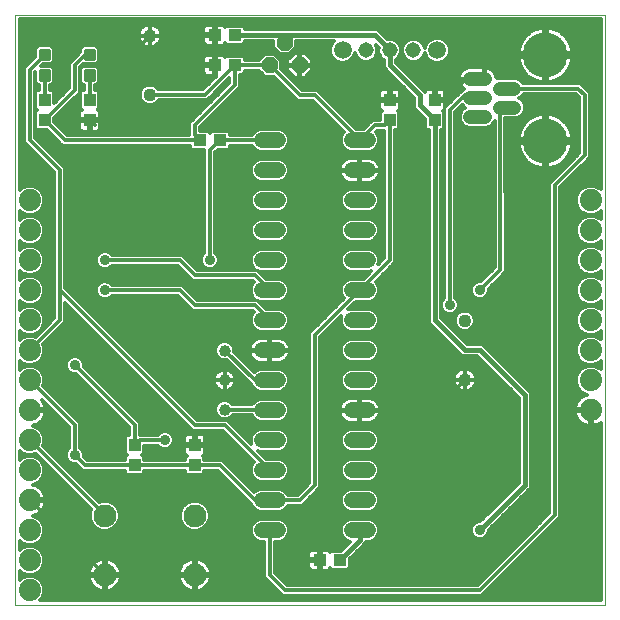
<source format=gtl>
G75*
%MOIN*%
%OFA0B0*%
%FSLAX25Y25*%
%IPPOS*%
%LPD*%
%AMOC8*
5,1,8,0,0,1.08239X$1,22.5*
%
%ADD10C,0.00000*%
%ADD11C,0.01181*%
%ADD12C,0.07400*%
%ADD13R,0.03937X0.04331*%
%ADD14C,0.05200*%
%ADD15C,0.04362*%
%ADD16C,0.07600*%
%ADD17C,0.05150*%
%ADD18C,0.05937*%
%ADD19C,0.15000*%
%ADD20C,0.04756*%
%ADD21R,0.04331X0.03937*%
%ADD22C,0.03969*%
%ADD23OC8,0.05200*%
%ADD24C,0.01200*%
%ADD25C,0.03562*%
%ADD26C,0.01600*%
D10*
X0005060Y0003591D02*
X0005060Y0200441D01*
X0201910Y0200441D01*
X0201910Y0003591D01*
X0005060Y0003591D01*
D11*
X0013682Y0178760D02*
X0016438Y0178760D01*
X0013682Y0178760D02*
X0013682Y0181516D01*
X0016438Y0181516D01*
X0016438Y0178760D01*
X0016438Y0179940D02*
X0013682Y0179940D01*
X0013682Y0181120D02*
X0016438Y0181120D01*
X0016438Y0185665D02*
X0013682Y0185665D01*
X0013682Y0188421D01*
X0016438Y0188421D01*
X0016438Y0185665D01*
X0016438Y0186845D02*
X0013682Y0186845D01*
X0013682Y0188025D02*
X0016438Y0188025D01*
X0028682Y0188421D02*
X0031438Y0188421D01*
X0031438Y0185665D01*
X0028682Y0185665D01*
X0028682Y0188421D01*
X0028682Y0186845D02*
X0031438Y0186845D01*
X0031438Y0188025D02*
X0028682Y0188025D01*
X0028682Y0181516D02*
X0031438Y0181516D01*
X0031438Y0178760D01*
X0028682Y0178760D01*
X0028682Y0181516D01*
X0028682Y0179940D02*
X0031438Y0179940D01*
X0031438Y0181120D02*
X0028682Y0181120D01*
D12*
X0010060Y0138591D03*
X0010060Y0128591D03*
X0010060Y0118591D03*
X0010060Y0108591D03*
X0010060Y0098591D03*
X0010060Y0088591D03*
X0010060Y0078591D03*
X0010060Y0068591D03*
X0010060Y0058591D03*
X0010060Y0048591D03*
X0010060Y0038591D03*
X0010060Y0028591D03*
X0010060Y0018591D03*
X0010060Y0008591D03*
X0197060Y0068591D03*
X0197060Y0078591D03*
X0197060Y0088591D03*
X0197060Y0098591D03*
X0197060Y0108591D03*
X0197060Y0118591D03*
X0197060Y0128591D03*
X0197060Y0138591D03*
D13*
X0145060Y0165244D03*
X0145060Y0171937D03*
X0130060Y0171937D03*
X0130060Y0165244D03*
X0030060Y0165244D03*
X0030060Y0171937D03*
X0015060Y0171937D03*
X0015060Y0165244D03*
X0045060Y0056937D03*
X0045060Y0050244D03*
X0065060Y0050244D03*
X0065060Y0056937D03*
D14*
X0087460Y0058591D02*
X0092660Y0058591D01*
X0092660Y0048591D02*
X0087460Y0048591D01*
X0087460Y0038591D02*
X0092660Y0038591D01*
X0092660Y0028591D02*
X0087460Y0028591D01*
X0117460Y0028591D02*
X0122660Y0028591D01*
X0122660Y0038591D02*
X0117460Y0038591D01*
X0117460Y0048591D02*
X0122660Y0048591D01*
X0122660Y0058591D02*
X0117460Y0058591D01*
X0117460Y0068591D02*
X0122660Y0068591D01*
X0122660Y0078591D02*
X0117460Y0078591D01*
X0117460Y0088591D02*
X0122660Y0088591D01*
X0122660Y0098591D02*
X0117460Y0098591D01*
X0117460Y0108591D02*
X0122660Y0108591D01*
X0122660Y0118591D02*
X0117460Y0118591D01*
X0117460Y0128591D02*
X0122660Y0128591D01*
X0122660Y0138591D02*
X0117460Y0138591D01*
X0117460Y0148591D02*
X0122660Y0148591D01*
X0122660Y0158591D02*
X0117460Y0158591D01*
X0092660Y0158591D02*
X0087460Y0158591D01*
X0087460Y0148591D02*
X0092660Y0148591D01*
X0092660Y0138591D02*
X0087460Y0138591D01*
X0087460Y0128591D02*
X0092660Y0128591D01*
X0092660Y0118591D02*
X0087460Y0118591D01*
X0087460Y0108591D02*
X0092660Y0108591D01*
X0092660Y0098591D02*
X0087460Y0098591D01*
X0087460Y0088591D02*
X0092660Y0088591D01*
X0092660Y0078591D02*
X0087460Y0078591D01*
X0087460Y0068591D02*
X0092660Y0068591D01*
D15*
X0155060Y0078748D03*
X0155060Y0098433D03*
X0050060Y0173748D03*
X0050060Y0193433D03*
D16*
X0065060Y0033433D03*
X0065060Y0013748D03*
X0035060Y0013748D03*
X0035060Y0033433D03*
D17*
X0122186Y0188591D03*
X0130060Y0188591D03*
X0137934Y0188591D03*
D18*
X0145808Y0188591D03*
X0114312Y0188591D03*
D19*
X0181950Y0187016D03*
X0181950Y0158276D03*
D20*
X0171548Y0169496D02*
X0166792Y0169496D01*
X0161674Y0166346D02*
X0156918Y0166346D01*
X0156918Y0172646D02*
X0161674Y0172646D01*
X0166792Y0175795D02*
X0171548Y0175795D01*
X0161674Y0178945D02*
X0156918Y0178945D01*
D21*
X0078406Y0183591D03*
X0071714Y0183591D03*
X0071714Y0193591D03*
X0078406Y0193591D03*
X0073406Y0158591D03*
X0066714Y0158591D03*
X0106714Y0018591D03*
X0113406Y0018591D03*
D22*
X0075060Y0068748D03*
X0075060Y0078591D03*
X0075060Y0088433D03*
D23*
X0090060Y0183591D03*
X0095060Y0191091D03*
X0100060Y0183591D03*
D24*
X0110060Y0183591D01*
X0120060Y0173591D01*
X0125060Y0173591D01*
X0126714Y0171937D01*
X0130060Y0171937D01*
X0130444Y0172321D02*
X0129676Y0172321D01*
X0129676Y0171553D01*
X0126491Y0171553D01*
X0126491Y0169561D01*
X0126601Y0169154D01*
X0126811Y0168789D01*
X0127109Y0168491D01*
X0127342Y0168357D01*
X0126891Y0167906D01*
X0126891Y0165391D01*
X0124314Y0165391D01*
X0123260Y0164336D01*
X0121314Y0162391D01*
X0118806Y0162391D01*
X0105806Y0175391D01*
X0100806Y0175391D01*
X0093860Y0182336D01*
X0093860Y0185165D01*
X0091634Y0187391D01*
X0088486Y0187391D01*
X0086486Y0185391D01*
X0081772Y0185391D01*
X0081772Y0186056D01*
X0081069Y0186759D01*
X0075744Y0186759D01*
X0075294Y0186309D01*
X0075159Y0186541D01*
X0074861Y0186839D01*
X0074496Y0187050D01*
X0074090Y0187159D01*
X0072098Y0187159D01*
X0072098Y0183975D01*
X0071329Y0183975D01*
X0071329Y0183206D01*
X0072098Y0183206D01*
X0072098Y0180022D01*
X0072292Y0180022D01*
X0067818Y0175548D01*
X0052974Y0175548D01*
X0052926Y0175663D01*
X0051975Y0176614D01*
X0050733Y0177129D01*
X0049387Y0177129D01*
X0048145Y0176614D01*
X0047194Y0175663D01*
X0046679Y0174421D01*
X0046679Y0173075D01*
X0047194Y0171833D01*
X0048145Y0170882D01*
X0049387Y0170367D01*
X0050733Y0170367D01*
X0051975Y0170882D01*
X0052926Y0171833D01*
X0052974Y0171948D01*
X0069310Y0171948D01*
X0070364Y0173002D01*
X0070364Y0173002D01*
X0076606Y0179245D01*
X0076606Y0177683D01*
X0063260Y0164336D01*
X0063260Y0160391D01*
X0022459Y0160391D01*
X0018228Y0164621D01*
X0018228Y0165867D01*
X0026860Y0174498D01*
X0026860Y0182845D01*
X0027915Y0183900D01*
X0027940Y0183875D01*
X0032180Y0183875D01*
X0033228Y0184924D01*
X0033228Y0189163D01*
X0032180Y0190212D01*
X0027940Y0190212D01*
X0026891Y0189163D01*
X0026891Y0187968D01*
X0024314Y0185391D01*
X0023260Y0184336D01*
X0023260Y0175990D01*
X0018228Y0170958D01*
X0018228Y0174599D01*
X0017526Y0175302D01*
X0016860Y0175302D01*
X0016860Y0176969D01*
X0017180Y0176969D01*
X0018228Y0178018D01*
X0018228Y0182257D01*
X0017180Y0183306D01*
X0013869Y0183306D01*
X0014437Y0183875D01*
X0017180Y0183875D01*
X0018228Y0184924D01*
X0018228Y0189163D01*
X0017180Y0190212D01*
X0012940Y0190212D01*
X0011891Y0189163D01*
X0011891Y0186420D01*
X0008260Y0182789D01*
X0008260Y0157845D01*
X0018260Y0147845D01*
X0018260Y0099336D01*
X0012010Y0093086D01*
X0011035Y0093491D01*
X0009085Y0093491D01*
X0007284Y0092745D01*
X0006660Y0092120D01*
X0006660Y0095061D01*
X0007284Y0094437D01*
X0009085Y0093691D01*
X0011035Y0093691D01*
X0012836Y0094437D01*
X0014214Y0095815D01*
X0014960Y0097616D01*
X0014960Y0099565D01*
X0014214Y0101366D01*
X0012836Y0102745D01*
X0011035Y0103491D01*
X0009085Y0103491D01*
X0007284Y0102745D01*
X0006660Y0102120D01*
X0006660Y0105061D01*
X0007284Y0104437D01*
X0009085Y0103691D01*
X0011035Y0103691D01*
X0012836Y0104437D01*
X0014214Y0105815D01*
X0014960Y0107616D01*
X0014960Y0109565D01*
X0014214Y0111366D01*
X0012836Y0112745D01*
X0011035Y0113491D01*
X0009085Y0113491D01*
X0007284Y0112745D01*
X0006660Y0112120D01*
X0006660Y0115061D01*
X0007284Y0114437D01*
X0009085Y0113691D01*
X0011035Y0113691D01*
X0012836Y0114437D01*
X0014214Y0115815D01*
X0014960Y0117616D01*
X0014960Y0119565D01*
X0014214Y0121366D01*
X0012836Y0122745D01*
X0011035Y0123491D01*
X0009085Y0123491D01*
X0007284Y0122745D01*
X0006660Y0122120D01*
X0006660Y0125061D01*
X0007284Y0124437D01*
X0009085Y0123691D01*
X0011035Y0123691D01*
X0012836Y0124437D01*
X0014214Y0125815D01*
X0014960Y0127616D01*
X0014960Y0129565D01*
X0014214Y0131366D01*
X0012836Y0132745D01*
X0011035Y0133491D01*
X0009085Y0133491D01*
X0007284Y0132745D01*
X0006660Y0132120D01*
X0006660Y0135061D01*
X0007284Y0134437D01*
X0009085Y0133691D01*
X0011035Y0133691D01*
X0012836Y0134437D01*
X0014214Y0135815D01*
X0014960Y0137616D01*
X0014960Y0139565D01*
X0014214Y0141366D01*
X0012836Y0142745D01*
X0011035Y0143491D01*
X0009085Y0143491D01*
X0007284Y0142745D01*
X0006660Y0142120D01*
X0006660Y0198841D01*
X0200310Y0198841D01*
X0200310Y0142270D01*
X0199836Y0142745D01*
X0198035Y0143491D01*
X0196085Y0143491D01*
X0194284Y0142745D01*
X0192906Y0141366D01*
X0192160Y0139565D01*
X0192160Y0137616D01*
X0192906Y0135815D01*
X0194284Y0134437D01*
X0196085Y0133691D01*
X0198035Y0133691D01*
X0199836Y0134437D01*
X0200310Y0134911D01*
X0200310Y0132270D01*
X0199836Y0132745D01*
X0198035Y0133491D01*
X0196085Y0133491D01*
X0194284Y0132745D01*
X0192906Y0131366D01*
X0192160Y0129565D01*
X0192160Y0127616D01*
X0192906Y0125815D01*
X0194284Y0124437D01*
X0196085Y0123691D01*
X0198035Y0123691D01*
X0199836Y0124437D01*
X0200310Y0124911D01*
X0200310Y0122270D01*
X0199836Y0122745D01*
X0198035Y0123491D01*
X0196085Y0123491D01*
X0194284Y0122745D01*
X0192906Y0121366D01*
X0192160Y0119565D01*
X0192160Y0117616D01*
X0192906Y0115815D01*
X0194284Y0114437D01*
X0196085Y0113691D01*
X0198035Y0113691D01*
X0199836Y0114437D01*
X0200310Y0114911D01*
X0200310Y0112270D01*
X0199836Y0112745D01*
X0198035Y0113491D01*
X0196085Y0113491D01*
X0194284Y0112745D01*
X0192906Y0111366D01*
X0192160Y0109565D01*
X0192160Y0107616D01*
X0192906Y0105815D01*
X0194284Y0104437D01*
X0196085Y0103691D01*
X0198035Y0103691D01*
X0199836Y0104437D01*
X0200310Y0104911D01*
X0200310Y0102270D01*
X0199836Y0102745D01*
X0198035Y0103491D01*
X0196085Y0103491D01*
X0194284Y0102745D01*
X0192906Y0101366D01*
X0192160Y0099565D01*
X0192160Y0097616D01*
X0192906Y0095815D01*
X0194284Y0094437D01*
X0196085Y0093691D01*
X0198035Y0093691D01*
X0199836Y0094437D01*
X0200310Y0094911D01*
X0200310Y0092270D01*
X0199836Y0092745D01*
X0198035Y0093491D01*
X0196085Y0093491D01*
X0194284Y0092745D01*
X0192906Y0091366D01*
X0192160Y0089565D01*
X0192160Y0087616D01*
X0192906Y0085815D01*
X0194284Y0084437D01*
X0196085Y0083691D01*
X0198035Y0083691D01*
X0199836Y0084437D01*
X0200310Y0084911D01*
X0200310Y0082270D01*
X0199836Y0082745D01*
X0198035Y0083491D01*
X0196085Y0083491D01*
X0194284Y0082745D01*
X0192906Y0081366D01*
X0192160Y0079565D01*
X0192160Y0077616D01*
X0192906Y0075815D01*
X0194284Y0074437D01*
X0195890Y0073771D01*
X0195819Y0073760D01*
X0195025Y0073502D01*
X0194282Y0073124D01*
X0193607Y0072633D01*
X0193017Y0072043D01*
X0192527Y0071368D01*
X0192148Y0070625D01*
X0191890Y0069832D01*
X0191760Y0069008D01*
X0191760Y0068991D01*
X0196660Y0068991D01*
X0196660Y0068191D01*
X0191760Y0068191D01*
X0191760Y0068173D01*
X0191890Y0067349D01*
X0192148Y0066556D01*
X0192527Y0065813D01*
X0193017Y0065138D01*
X0193607Y0064548D01*
X0194282Y0064058D01*
X0195025Y0063679D01*
X0195819Y0063421D01*
X0196643Y0063291D01*
X0196660Y0063291D01*
X0196660Y0068190D01*
X0197460Y0068190D01*
X0197460Y0063291D01*
X0197477Y0063291D01*
X0198301Y0063421D01*
X0199094Y0063679D01*
X0199838Y0064058D01*
X0200310Y0064401D01*
X0200310Y0005191D01*
X0013590Y0005191D01*
X0014214Y0005815D01*
X0014960Y0007616D01*
X0014960Y0009565D01*
X0014214Y0011366D01*
X0012836Y0012745D01*
X0011035Y0013491D01*
X0009085Y0013491D01*
X0007284Y0012745D01*
X0006660Y0012120D01*
X0006660Y0015061D01*
X0007284Y0014437D01*
X0009085Y0013691D01*
X0011035Y0013691D01*
X0012836Y0014437D01*
X0014214Y0015815D01*
X0014960Y0017616D01*
X0014960Y0019565D01*
X0014214Y0021366D01*
X0012836Y0022745D01*
X0011035Y0023491D01*
X0009085Y0023491D01*
X0007284Y0022745D01*
X0006660Y0022120D01*
X0006660Y0025061D01*
X0007284Y0024437D01*
X0009085Y0023691D01*
X0011035Y0023691D01*
X0012836Y0024437D01*
X0014214Y0025815D01*
X0014960Y0027616D01*
X0014960Y0029565D01*
X0014214Y0031366D01*
X0012836Y0032745D01*
X0011230Y0033410D01*
X0011301Y0033421D01*
X0012094Y0033679D01*
X0012838Y0034058D01*
X0013513Y0034548D01*
X0014103Y0035138D01*
X0014593Y0035813D01*
X0014972Y0036556D01*
X0015229Y0037349D01*
X0015360Y0038173D01*
X0015360Y0038191D01*
X0010460Y0038191D01*
X0010460Y0038991D01*
X0015360Y0038991D01*
X0015360Y0039008D01*
X0015229Y0039832D01*
X0014972Y0040625D01*
X0014593Y0041368D01*
X0014103Y0042043D01*
X0013513Y0042633D01*
X0012838Y0043124D01*
X0012094Y0043502D01*
X0011301Y0043760D01*
X0011230Y0043771D01*
X0012836Y0044437D01*
X0014214Y0045815D01*
X0014960Y0047616D01*
X0014960Y0049565D01*
X0014214Y0051366D01*
X0012836Y0052745D01*
X0011035Y0053491D01*
X0009085Y0053491D01*
X0007284Y0052745D01*
X0006660Y0052120D01*
X0006660Y0055061D01*
X0007284Y0054437D01*
X0009085Y0053691D01*
X0011035Y0053691D01*
X0012010Y0054095D01*
X0030534Y0035571D01*
X0030060Y0034428D01*
X0030060Y0032438D01*
X0030821Y0030601D01*
X0032228Y0029194D01*
X0034065Y0028433D01*
X0036055Y0028433D01*
X0037892Y0029194D01*
X0039299Y0030601D01*
X0040060Y0032438D01*
X0040060Y0034428D01*
X0039299Y0036265D01*
X0037892Y0037672D01*
X0036055Y0038433D01*
X0034065Y0038433D01*
X0033145Y0038052D01*
X0014556Y0056640D01*
X0014960Y0057616D01*
X0014960Y0059565D01*
X0014214Y0061366D01*
X0012836Y0062745D01*
X0011230Y0063410D01*
X0011301Y0063421D01*
X0012094Y0063679D01*
X0012838Y0064058D01*
X0013513Y0064548D01*
X0014103Y0065138D01*
X0014593Y0065813D01*
X0014972Y0066556D01*
X0015229Y0067349D01*
X0015360Y0068173D01*
X0015360Y0068191D01*
X0010460Y0068191D01*
X0010460Y0068991D01*
X0015360Y0068991D01*
X0015360Y0069008D01*
X0015229Y0069832D01*
X0014972Y0070625D01*
X0014593Y0071368D01*
X0014211Y0071894D01*
X0023260Y0062845D01*
X0023260Y0056006D01*
X0022533Y0055279D01*
X0022079Y0054184D01*
X0022079Y0052998D01*
X0022533Y0051902D01*
X0023371Y0051063D01*
X0024467Y0050609D01*
X0025495Y0050609D01*
X0027661Y0048444D01*
X0041891Y0048444D01*
X0041891Y0047582D01*
X0042594Y0046879D01*
X0047526Y0046879D01*
X0048228Y0047582D01*
X0048228Y0048444D01*
X0061891Y0048444D01*
X0061891Y0047582D01*
X0062594Y0046879D01*
X0067526Y0046879D01*
X0068228Y0047582D01*
X0068228Y0048444D01*
X0072661Y0048444D01*
X0083260Y0037845D01*
X0083936Y0037169D01*
X0084239Y0036438D01*
X0085307Y0035369D01*
X0086704Y0034791D01*
X0093416Y0034791D01*
X0094813Y0035369D01*
X0095881Y0036438D01*
X0096027Y0036791D01*
X0100806Y0036791D01*
X0105806Y0041791D01*
X0106860Y0042845D01*
X0106860Y0092845D01*
X0113871Y0099856D01*
X0113660Y0099346D01*
X0113660Y0097835D01*
X0114239Y0096438D01*
X0115307Y0095369D01*
X0116704Y0094791D01*
X0123416Y0094791D01*
X0124813Y0095369D01*
X0125881Y0096438D01*
X0126460Y0097835D01*
X0126460Y0099346D01*
X0125881Y0100743D01*
X0124813Y0101812D01*
X0123416Y0102391D01*
X0116704Y0102391D01*
X0116194Y0102179D01*
X0118806Y0104791D01*
X0123416Y0104791D01*
X0124813Y0105369D01*
X0125881Y0106438D01*
X0126460Y0107835D01*
X0126460Y0109346D01*
X0125881Y0110743D01*
X0125320Y0111305D01*
X0130806Y0116791D01*
X0131860Y0117845D01*
X0131860Y0161879D01*
X0132526Y0161879D01*
X0133228Y0162582D01*
X0133228Y0167906D01*
X0132778Y0168357D01*
X0133011Y0168491D01*
X0133309Y0168789D01*
X0133519Y0169154D01*
X0133628Y0169561D01*
X0133628Y0171553D01*
X0130444Y0171553D01*
X0130444Y0172321D01*
X0130444Y0175702D01*
X0132239Y0175702D01*
X0132646Y0175593D01*
X0133011Y0175383D01*
X0133309Y0175085D01*
X0133519Y0174720D01*
X0133628Y0174313D01*
X0133628Y0172321D01*
X0130444Y0172321D01*
X0130444Y0172581D02*
X0129676Y0172581D01*
X0129676Y0172321D02*
X0129676Y0175702D01*
X0127881Y0175702D01*
X0127474Y0175593D01*
X0127109Y0175383D01*
X0126811Y0175085D01*
X0126601Y0174720D01*
X0126491Y0174313D01*
X0126491Y0172321D01*
X0129676Y0172321D01*
X0129676Y0173779D02*
X0130444Y0173779D01*
X0130444Y0174978D02*
X0129676Y0174978D01*
X0126749Y0174978D02*
X0106218Y0174978D01*
X0107417Y0173779D02*
X0126491Y0173779D01*
X0126491Y0172581D02*
X0108615Y0172581D01*
X0109814Y0171382D02*
X0126491Y0171382D01*
X0126491Y0170184D02*
X0111012Y0170184D01*
X0112211Y0168985D02*
X0126698Y0168985D01*
X0126891Y0167787D02*
X0113410Y0167787D01*
X0114608Y0166588D02*
X0126891Y0166588D01*
X0124313Y0165390D02*
X0115807Y0165390D01*
X0117005Y0164191D02*
X0123115Y0164191D01*
X0121916Y0162993D02*
X0118204Y0162993D01*
X0114800Y0161305D02*
X0114239Y0160743D01*
X0113660Y0159346D01*
X0113660Y0157835D01*
X0114239Y0156438D01*
X0115307Y0155369D01*
X0116704Y0154791D01*
X0123416Y0154791D01*
X0124813Y0155369D01*
X0125881Y0156438D01*
X0126460Y0157835D01*
X0126460Y0159346D01*
X0125881Y0160743D01*
X0125320Y0161305D01*
X0125806Y0161791D01*
X0128260Y0161791D01*
X0128260Y0119336D01*
X0126249Y0117325D01*
X0126460Y0117835D01*
X0126460Y0119346D01*
X0125881Y0120743D01*
X0124813Y0121812D01*
X0123416Y0122391D01*
X0116704Y0122391D01*
X0115307Y0121812D01*
X0114239Y0120743D01*
X0113660Y0119346D01*
X0113660Y0117835D01*
X0114239Y0116438D01*
X0115307Y0115369D01*
X0116704Y0114791D01*
X0123416Y0114791D01*
X0123926Y0115002D01*
X0121314Y0112391D01*
X0116704Y0112391D01*
X0115307Y0111812D01*
X0114239Y0110743D01*
X0113660Y0109346D01*
X0113660Y0107835D01*
X0114239Y0106438D01*
X0114800Y0105876D01*
X0103260Y0094336D01*
X0103260Y0044336D01*
X0099314Y0040391D01*
X0096027Y0040391D01*
X0095881Y0040743D01*
X0094813Y0041812D01*
X0093416Y0042391D01*
X0086704Y0042391D01*
X0085307Y0041812D01*
X0084846Y0041350D01*
X0074152Y0052044D01*
X0068228Y0052044D01*
X0068228Y0052906D01*
X0067778Y0053357D01*
X0068011Y0053491D01*
X0068309Y0053789D01*
X0068519Y0054154D01*
X0068628Y0054561D01*
X0068628Y0056553D01*
X0065444Y0056553D01*
X0065444Y0057321D01*
X0064676Y0057321D01*
X0064676Y0056553D01*
X0061491Y0056553D01*
X0061491Y0054561D01*
X0061601Y0054154D01*
X0061811Y0053789D01*
X0062109Y0053491D01*
X0062342Y0053357D01*
X0061891Y0052906D01*
X0061891Y0052044D01*
X0048228Y0052044D01*
X0048228Y0052906D01*
X0047544Y0053591D01*
X0048228Y0054275D01*
X0048228Y0056791D01*
X0052644Y0056791D01*
X0053371Y0056063D01*
X0054467Y0055609D01*
X0055653Y0055609D01*
X0056749Y0056063D01*
X0057587Y0056902D01*
X0058041Y0057998D01*
X0058041Y0059184D01*
X0057587Y0060279D01*
X0056749Y0061118D01*
X0055653Y0061572D01*
X0054467Y0061572D01*
X0053371Y0061118D01*
X0052644Y0060391D01*
X0046860Y0060391D01*
X0046860Y0064336D01*
X0028041Y0083155D01*
X0028041Y0084184D01*
X0027587Y0085279D01*
X0026749Y0086118D01*
X0025653Y0086572D01*
X0024467Y0086572D01*
X0023371Y0086118D01*
X0022533Y0085279D01*
X0022079Y0084184D01*
X0022079Y0082998D01*
X0022533Y0081902D01*
X0023371Y0081063D01*
X0024467Y0080609D01*
X0025495Y0080609D01*
X0043260Y0062845D01*
X0043260Y0060302D01*
X0042594Y0060302D01*
X0041891Y0059599D01*
X0041891Y0054275D01*
X0042576Y0053591D01*
X0041891Y0052906D01*
X0041891Y0052044D01*
X0029152Y0052044D01*
X0028041Y0053155D01*
X0028041Y0054184D01*
X0027587Y0055279D01*
X0026860Y0056006D01*
X0026860Y0064336D01*
X0014556Y0076640D01*
X0014960Y0077616D01*
X0014960Y0079565D01*
X0014214Y0081366D01*
X0012836Y0082745D01*
X0011035Y0083491D01*
X0009085Y0083491D01*
X0007284Y0082745D01*
X0006660Y0082120D01*
X0006660Y0085061D01*
X0007284Y0084437D01*
X0009085Y0083691D01*
X0011035Y0083691D01*
X0012836Y0084437D01*
X0014214Y0085815D01*
X0014960Y0087616D01*
X0014960Y0089565D01*
X0014556Y0090541D01*
X0021860Y0097845D01*
X0021860Y0104245D01*
X0064314Y0061791D01*
X0074314Y0061791D01*
X0084800Y0051305D01*
X0084239Y0050743D01*
X0083660Y0049346D01*
X0083660Y0047835D01*
X0084239Y0046438D01*
X0085307Y0045369D01*
X0086704Y0044791D01*
X0093416Y0044791D01*
X0094813Y0045369D01*
X0095881Y0046438D01*
X0096460Y0047835D01*
X0096460Y0049346D01*
X0095881Y0050743D01*
X0094813Y0051812D01*
X0093416Y0052391D01*
X0088806Y0052391D01*
X0086194Y0055002D01*
X0086704Y0054791D01*
X0093416Y0054791D01*
X0094813Y0055369D01*
X0095881Y0056438D01*
X0096460Y0057835D01*
X0096460Y0059346D01*
X0095881Y0060743D01*
X0094813Y0061812D01*
X0093416Y0062391D01*
X0086704Y0062391D01*
X0085307Y0061812D01*
X0084239Y0060743D01*
X0083660Y0059346D01*
X0083660Y0057835D01*
X0083871Y0057325D01*
X0076860Y0064336D01*
X0075806Y0065391D01*
X0065806Y0065391D01*
X0021860Y0109336D01*
X0021860Y0149336D01*
X0011860Y0159336D01*
X0011860Y0181298D01*
X0011891Y0181329D01*
X0011891Y0178018D01*
X0012940Y0176969D01*
X0013260Y0176969D01*
X0013260Y0175302D01*
X0012594Y0175302D01*
X0011891Y0174599D01*
X0011891Y0169275D01*
X0012576Y0168591D01*
X0011891Y0167906D01*
X0011891Y0162582D01*
X0012594Y0161879D01*
X0015880Y0161879D01*
X0020968Y0156791D01*
X0063348Y0156791D01*
X0063348Y0156125D01*
X0064051Y0155422D01*
X0068260Y0155422D01*
X0068260Y0121006D01*
X0067533Y0120279D01*
X0067079Y0119184D01*
X0067079Y0117998D01*
X0067533Y0116902D01*
X0068371Y0116063D01*
X0069467Y0115609D01*
X0070653Y0115609D01*
X0071749Y0116063D01*
X0072587Y0116902D01*
X0073041Y0117998D01*
X0073041Y0119184D01*
X0072587Y0120279D01*
X0071860Y0121006D01*
X0071860Y0154498D01*
X0072784Y0155422D01*
X0076069Y0155422D01*
X0076772Y0156125D01*
X0076772Y0156791D01*
X0084092Y0156791D01*
X0084239Y0156438D01*
X0085307Y0155369D01*
X0086704Y0154791D01*
X0093416Y0154791D01*
X0094813Y0155369D01*
X0095881Y0156438D01*
X0096460Y0157835D01*
X0096460Y0159346D01*
X0095881Y0160743D01*
X0094813Y0161812D01*
X0093416Y0162391D01*
X0086704Y0162391D01*
X0085307Y0161812D01*
X0084239Y0160743D01*
X0084092Y0160391D01*
X0076772Y0160391D01*
X0076772Y0161056D01*
X0076069Y0161759D01*
X0070744Y0161759D01*
X0070060Y0161075D01*
X0069376Y0161759D01*
X0066860Y0161759D01*
X0066860Y0162845D01*
X0080206Y0176191D01*
X0080206Y0180422D01*
X0081069Y0180422D01*
X0081772Y0181125D01*
X0081772Y0181791D01*
X0086486Y0181791D01*
X0088486Y0179791D01*
X0091314Y0179791D01*
X0099314Y0171791D01*
X0104314Y0171791D01*
X0114800Y0161305D01*
X0114311Y0161794D02*
X0094830Y0161794D01*
X0095943Y0160596D02*
X0114177Y0160596D01*
X0113681Y0159397D02*
X0096439Y0159397D01*
X0096460Y0158199D02*
X0113660Y0158199D01*
X0114006Y0157000D02*
X0096114Y0157000D01*
X0095245Y0155801D02*
X0114875Y0155801D01*
X0115848Y0152483D02*
X0115259Y0152183D01*
X0114724Y0151794D01*
X0114256Y0151327D01*
X0113868Y0150792D01*
X0113568Y0150203D01*
X0113363Y0149574D01*
X0113260Y0148921D01*
X0113260Y0148791D01*
X0119860Y0148791D01*
X0119860Y0152791D01*
X0117129Y0152791D01*
X0116476Y0152687D01*
X0115848Y0152483D01*
X0115304Y0152206D02*
X0093861Y0152206D01*
X0093416Y0152391D02*
X0094813Y0151812D01*
X0095881Y0150743D01*
X0096460Y0149346D01*
X0096460Y0147835D01*
X0095881Y0146438D01*
X0094813Y0145369D01*
X0093416Y0144791D01*
X0086704Y0144791D01*
X0085307Y0145369D01*
X0084239Y0146438D01*
X0083660Y0147835D01*
X0083660Y0149346D01*
X0084239Y0150743D01*
X0085307Y0151812D01*
X0086704Y0152391D01*
X0093416Y0152391D01*
X0095617Y0151007D02*
X0114024Y0151007D01*
X0113440Y0149809D02*
X0096268Y0149809D01*
X0096460Y0148610D02*
X0119860Y0148610D01*
X0119860Y0148791D02*
X0119860Y0148391D01*
X0113260Y0148391D01*
X0113260Y0148260D01*
X0113363Y0147607D01*
X0113568Y0146978D01*
X0113868Y0146389D01*
X0114256Y0145854D01*
X0114724Y0145387D01*
X0115259Y0144998D01*
X0115848Y0144698D01*
X0116476Y0144494D01*
X0117129Y0144391D01*
X0119860Y0144391D01*
X0119860Y0148390D01*
X0120260Y0148390D01*
X0120260Y0144391D01*
X0122991Y0144391D01*
X0123643Y0144494D01*
X0124272Y0144698D01*
X0124861Y0144998D01*
X0125396Y0145387D01*
X0125864Y0145854D01*
X0126252Y0146389D01*
X0126552Y0146978D01*
X0126757Y0147607D01*
X0126860Y0148260D01*
X0126860Y0148391D01*
X0120260Y0148391D01*
X0120260Y0148791D01*
X0119860Y0148791D01*
X0120260Y0148791D02*
X0120260Y0152791D01*
X0122991Y0152791D01*
X0123643Y0152687D01*
X0124272Y0152483D01*
X0124861Y0152183D01*
X0125396Y0151794D01*
X0125864Y0151327D01*
X0126252Y0150792D01*
X0126552Y0150203D01*
X0126757Y0149574D01*
X0126860Y0148921D01*
X0126860Y0148791D01*
X0120260Y0148791D01*
X0120260Y0148610D02*
X0128260Y0148610D01*
X0128260Y0147412D02*
X0126693Y0147412D01*
X0126124Y0146213D02*
X0128260Y0146213D01*
X0128260Y0145015D02*
X0124884Y0145015D01*
X0123416Y0142391D02*
X0124813Y0141812D01*
X0125881Y0140743D01*
X0126460Y0139346D01*
X0126460Y0137835D01*
X0125881Y0136438D01*
X0124813Y0135369D01*
X0123416Y0134791D01*
X0116704Y0134791D01*
X0115307Y0135369D01*
X0114239Y0136438D01*
X0113660Y0137835D01*
X0113660Y0139346D01*
X0114239Y0140743D01*
X0115307Y0141812D01*
X0116704Y0142391D01*
X0123416Y0142391D01*
X0125205Y0141419D02*
X0128260Y0141419D01*
X0128260Y0140221D02*
X0126098Y0140221D01*
X0126460Y0139022D02*
X0128260Y0139022D01*
X0128260Y0137824D02*
X0126455Y0137824D01*
X0125959Y0136625D02*
X0128260Y0136625D01*
X0128260Y0135427D02*
X0124870Y0135427D01*
X0123416Y0132391D02*
X0124813Y0131812D01*
X0125881Y0130743D01*
X0126460Y0129346D01*
X0126460Y0127835D01*
X0125881Y0126438D01*
X0124813Y0125369D01*
X0123416Y0124791D01*
X0116704Y0124791D01*
X0115307Y0125369D01*
X0114239Y0126438D01*
X0113660Y0127835D01*
X0113660Y0129346D01*
X0114239Y0130743D01*
X0115307Y0131812D01*
X0116704Y0132391D01*
X0123416Y0132391D01*
X0124766Y0131831D02*
X0128260Y0131831D01*
X0128260Y0130633D02*
X0125927Y0130633D01*
X0126424Y0129434D02*
X0128260Y0129434D01*
X0128260Y0128236D02*
X0126460Y0128236D01*
X0126130Y0127037D02*
X0128260Y0127037D01*
X0128260Y0125839D02*
X0125282Y0125839D01*
X0123772Y0122243D02*
X0128260Y0122243D01*
X0128260Y0121045D02*
X0125580Y0121045D01*
X0126253Y0119846D02*
X0128260Y0119846D01*
X0127572Y0118648D02*
X0126460Y0118648D01*
X0126373Y0117449D02*
X0126300Y0117449D01*
X0129067Y0115052D02*
X0143060Y0115052D01*
X0143060Y0113854D02*
X0127869Y0113854D01*
X0126670Y0112655D02*
X0143060Y0112655D01*
X0143060Y0111457D02*
X0125472Y0111457D01*
X0126082Y0110258D02*
X0143060Y0110258D01*
X0143060Y0109060D02*
X0126460Y0109060D01*
X0126460Y0107861D02*
X0143060Y0107861D01*
X0143060Y0106663D02*
X0125974Y0106663D01*
X0124907Y0105464D02*
X0143060Y0105464D01*
X0143060Y0104266D02*
X0118281Y0104266D01*
X0117082Y0103067D02*
X0143060Y0103067D01*
X0143060Y0101868D02*
X0124676Y0101868D01*
X0125912Y0100670D02*
X0143060Y0100670D01*
X0143060Y0099471D02*
X0126408Y0099471D01*
X0126460Y0098273D02*
X0143060Y0098273D01*
X0143060Y0097762D02*
X0144232Y0096591D01*
X0154232Y0086591D01*
X0159232Y0086591D01*
X0173060Y0072762D01*
X0173060Y0044419D01*
X0160213Y0031572D01*
X0159467Y0031572D01*
X0158371Y0031118D01*
X0157533Y0030279D01*
X0157079Y0029184D01*
X0157079Y0027998D01*
X0157533Y0026902D01*
X0158371Y0026063D01*
X0159467Y0025609D01*
X0160653Y0025609D01*
X0161749Y0026063D01*
X0162587Y0026902D01*
X0163041Y0027998D01*
X0163041Y0028743D01*
X0177060Y0042762D01*
X0177060Y0074419D01*
X0160888Y0090591D01*
X0155888Y0090591D01*
X0147060Y0099419D01*
X0147060Y0161879D01*
X0147526Y0161879D01*
X0148228Y0162582D01*
X0148228Y0167906D01*
X0147778Y0168357D01*
X0148011Y0168491D01*
X0148260Y0168740D01*
X0148260Y0106006D01*
X0147533Y0105279D01*
X0147079Y0104184D01*
X0147079Y0102998D01*
X0147533Y0101902D01*
X0148371Y0101063D01*
X0149467Y0100609D01*
X0150653Y0100609D01*
X0151749Y0101063D01*
X0152587Y0101902D01*
X0153041Y0102998D01*
X0153041Y0104184D01*
X0152587Y0105279D01*
X0151860Y0106006D01*
X0151860Y0167845D01*
X0154259Y0170244D01*
X0154892Y0169612D01*
X0155172Y0169496D01*
X0154892Y0169380D01*
X0153885Y0168373D01*
X0153340Y0167058D01*
X0153340Y0165635D01*
X0153885Y0164320D01*
X0154892Y0163313D01*
X0156207Y0162769D01*
X0162386Y0162769D01*
X0163701Y0163313D01*
X0164707Y0164320D01*
X0165002Y0165031D01*
X0165109Y0116185D01*
X0160495Y0111572D01*
X0159467Y0111572D01*
X0158371Y0111118D01*
X0157533Y0110279D01*
X0157079Y0109184D01*
X0157079Y0107998D01*
X0157533Y0106902D01*
X0158371Y0106063D01*
X0159467Y0105609D01*
X0160653Y0105609D01*
X0161749Y0106063D01*
X0162587Y0106902D01*
X0163041Y0107998D01*
X0163041Y0109026D01*
X0167658Y0113643D01*
X0167660Y0113643D01*
X0168183Y0114168D01*
X0168710Y0114695D01*
X0168710Y0114698D01*
X0168712Y0114699D01*
X0168710Y0115442D01*
X0168710Y0116187D01*
X0168709Y0116188D01*
X0168600Y0165918D01*
X0172260Y0165918D01*
X0173575Y0166463D01*
X0174581Y0167469D01*
X0175126Y0168784D01*
X0175126Y0170208D01*
X0174581Y0171523D01*
X0173575Y0172529D01*
X0173294Y0172646D01*
X0173575Y0172762D01*
X0174581Y0173769D01*
X0174675Y0173995D01*
X0192110Y0173995D01*
X0193260Y0172845D01*
X0193260Y0154336D01*
X0184314Y0145391D01*
X0183260Y0144336D01*
X0183260Y0034336D01*
X0159314Y0010391D01*
X0095806Y0010391D01*
X0091860Y0014336D01*
X0091860Y0024791D01*
X0093416Y0024791D01*
X0094813Y0025369D01*
X0095881Y0026438D01*
X0096460Y0027835D01*
X0096460Y0029346D01*
X0095881Y0030743D01*
X0094813Y0031812D01*
X0093416Y0032391D01*
X0086704Y0032391D01*
X0085307Y0031812D01*
X0084239Y0030743D01*
X0083660Y0029346D01*
X0083660Y0027835D01*
X0084239Y0026438D01*
X0085307Y0025369D01*
X0086704Y0024791D01*
X0088260Y0024791D01*
X0088260Y0012845D01*
X0089314Y0011791D01*
X0094314Y0006791D01*
X0160806Y0006791D01*
X0161860Y0007845D01*
X0186860Y0032845D01*
X0186860Y0142845D01*
X0195806Y0151791D01*
X0196860Y0152845D01*
X0196860Y0174336D01*
X0195806Y0175391D01*
X0193601Y0177595D01*
X0174675Y0177595D01*
X0174581Y0177822D01*
X0173575Y0178829D01*
X0172260Y0179373D01*
X0166081Y0179373D01*
X0165652Y0179196D01*
X0165652Y0179337D01*
X0165499Y0180105D01*
X0165199Y0180829D01*
X0164764Y0181481D01*
X0164210Y0182035D01*
X0163558Y0182470D01*
X0162834Y0182770D01*
X0162066Y0182923D01*
X0161763Y0182923D01*
X0161763Y0179034D01*
X0161585Y0179034D01*
X0161585Y0178856D01*
X0152940Y0178856D01*
X0152940Y0178553D01*
X0153093Y0177785D01*
X0153393Y0177061D01*
X0153828Y0176409D01*
X0154382Y0175855D01*
X0154793Y0175581D01*
X0154603Y0175391D01*
X0154314Y0175391D01*
X0153260Y0174336D01*
X0148628Y0169705D01*
X0148628Y0171553D01*
X0145444Y0171553D01*
X0145444Y0172321D01*
X0144676Y0172321D01*
X0144676Y0175702D01*
X0142881Y0175702D01*
X0142474Y0175593D01*
X0142109Y0175383D01*
X0141811Y0175085D01*
X0141659Y0174820D01*
X0140888Y0175591D01*
X0132060Y0184419D01*
X0132060Y0185333D01*
X0132198Y0185390D01*
X0133260Y0186452D01*
X0133835Y0187840D01*
X0133835Y0189341D01*
X0133260Y0190729D01*
X0132198Y0191791D01*
X0130811Y0192365D01*
X0129309Y0192365D01*
X0129171Y0192308D01*
X0127060Y0194419D01*
X0125888Y0195591D01*
X0081772Y0195591D01*
X0081772Y0196056D01*
X0081069Y0196759D01*
X0075744Y0196759D01*
X0075294Y0196309D01*
X0075159Y0196541D01*
X0074861Y0196839D01*
X0074496Y0197050D01*
X0074090Y0197159D01*
X0072098Y0197159D01*
X0072098Y0193975D01*
X0071329Y0193975D01*
X0071329Y0193206D01*
X0072098Y0193206D01*
X0072098Y0190022D01*
X0074090Y0190022D01*
X0074496Y0190131D01*
X0074861Y0190342D01*
X0075159Y0190640D01*
X0075294Y0190872D01*
X0075744Y0190422D01*
X0081069Y0190422D01*
X0081772Y0191125D01*
X0081772Y0191591D01*
X0091260Y0191591D01*
X0091260Y0189517D01*
X0093486Y0187291D01*
X0096634Y0187291D01*
X0098860Y0189517D01*
X0098860Y0191591D01*
X0111417Y0191591D01*
X0110778Y0190952D01*
X0110143Y0189420D01*
X0110143Y0187761D01*
X0110778Y0186229D01*
X0111951Y0185057D01*
X0113483Y0184422D01*
X0115141Y0184422D01*
X0116673Y0185057D01*
X0117846Y0186229D01*
X0118462Y0187717D01*
X0118986Y0186452D01*
X0120048Y0185390D01*
X0121435Y0184816D01*
X0122937Y0184816D01*
X0124324Y0185390D01*
X0125386Y0186452D01*
X0125961Y0187840D01*
X0125961Y0189341D01*
X0125593Y0190229D01*
X0126342Y0189480D01*
X0126285Y0189341D01*
X0126285Y0187840D01*
X0126860Y0186452D01*
X0127922Y0185390D01*
X0128060Y0185333D01*
X0128060Y0182762D01*
X0138060Y0172762D01*
X0138060Y0169416D01*
X0141891Y0165584D01*
X0141891Y0162582D01*
X0142594Y0161879D01*
X0143060Y0161879D01*
X0143060Y0097762D01*
X0143748Y0097074D02*
X0126145Y0097074D01*
X0125319Y0095876D02*
X0144946Y0095876D01*
X0146145Y0094677D02*
X0108692Y0094677D01*
X0107494Y0093479D02*
X0147343Y0093479D01*
X0148542Y0092280D02*
X0123682Y0092280D01*
X0123416Y0092391D02*
X0124813Y0091812D01*
X0125881Y0090743D01*
X0126460Y0089346D01*
X0126460Y0087835D01*
X0125881Y0086438D01*
X0124813Y0085369D01*
X0123416Y0084791D01*
X0116704Y0084791D01*
X0115307Y0085369D01*
X0114239Y0086438D01*
X0113660Y0087835D01*
X0113660Y0089346D01*
X0114239Y0090743D01*
X0115307Y0091812D01*
X0116704Y0092391D01*
X0123416Y0092391D01*
X0125543Y0091082D02*
X0149740Y0091082D01*
X0150939Y0089883D02*
X0126238Y0089883D01*
X0126460Y0088685D02*
X0152137Y0088685D01*
X0153336Y0087486D02*
X0126316Y0087486D01*
X0125731Y0086288D02*
X0159534Y0086288D01*
X0160733Y0085089D02*
X0124137Y0085089D01*
X0123416Y0082391D02*
X0124813Y0081812D01*
X0125881Y0080743D01*
X0126460Y0079346D01*
X0126460Y0077835D01*
X0125881Y0076438D01*
X0124813Y0075369D01*
X0123416Y0074791D01*
X0116704Y0074791D01*
X0115307Y0075369D01*
X0114239Y0076438D01*
X0113660Y0077835D01*
X0113660Y0079346D01*
X0114239Y0080743D01*
X0115307Y0081812D01*
X0116704Y0082391D01*
X0123416Y0082391D01*
X0125131Y0081494D02*
X0152458Y0081494D01*
X0152650Y0081685D02*
X0152123Y0081158D01*
X0151709Y0080539D01*
X0151424Y0079851D01*
X0151279Y0079120D01*
X0151279Y0078748D01*
X0151279Y0078376D01*
X0151424Y0077645D01*
X0151709Y0076957D01*
X0152123Y0076338D01*
X0152650Y0075811D01*
X0153269Y0075397D01*
X0153957Y0075112D01*
X0154688Y0074967D01*
X0155060Y0074967D01*
X0155432Y0074967D01*
X0156163Y0075112D01*
X0156851Y0075397D01*
X0157470Y0075811D01*
X0157997Y0076338D01*
X0158411Y0076957D01*
X0158696Y0077645D01*
X0158841Y0078376D01*
X0158841Y0078748D01*
X0155060Y0078748D01*
X0155060Y0078591D01*
X0145060Y0068591D01*
X0120060Y0068591D01*
X0120260Y0068791D02*
X0119860Y0068791D01*
X0119860Y0072791D01*
X0117129Y0072791D01*
X0116476Y0072687D01*
X0115848Y0072483D01*
X0115259Y0072183D01*
X0114724Y0071794D01*
X0114256Y0071327D01*
X0113868Y0070792D01*
X0113568Y0070203D01*
X0113363Y0069574D01*
X0113260Y0068921D01*
X0113260Y0068791D01*
X0119860Y0068791D01*
X0119860Y0068391D01*
X0113260Y0068391D01*
X0113260Y0068260D01*
X0113363Y0067607D01*
X0113568Y0066978D01*
X0113868Y0066389D01*
X0114256Y0065854D01*
X0114724Y0065387D01*
X0115259Y0064998D01*
X0115848Y0064698D01*
X0116476Y0064494D01*
X0117129Y0064391D01*
X0119860Y0064391D01*
X0119860Y0068390D01*
X0120260Y0068390D01*
X0120260Y0064391D01*
X0122991Y0064391D01*
X0123643Y0064494D01*
X0124272Y0064698D01*
X0124861Y0064998D01*
X0125396Y0065387D01*
X0125864Y0065854D01*
X0126252Y0066389D01*
X0126552Y0066978D01*
X0126757Y0067607D01*
X0126860Y0068260D01*
X0126860Y0068391D01*
X0120260Y0068391D01*
X0120260Y0068791D01*
X0120260Y0072791D01*
X0122991Y0072791D01*
X0123643Y0072687D01*
X0124272Y0072483D01*
X0124861Y0072183D01*
X0125396Y0071794D01*
X0125864Y0071327D01*
X0126252Y0070792D01*
X0126552Y0070203D01*
X0126757Y0069574D01*
X0126860Y0068921D01*
X0126860Y0068791D01*
X0120260Y0068791D01*
X0120260Y0068310D02*
X0119860Y0068310D01*
X0119860Y0067112D02*
X0120260Y0067112D01*
X0120260Y0065913D02*
X0119860Y0065913D01*
X0119860Y0064715D02*
X0120260Y0064715D01*
X0123416Y0062391D02*
X0124813Y0061812D01*
X0125881Y0060743D01*
X0126460Y0059346D01*
X0126460Y0057835D01*
X0125881Y0056438D01*
X0124813Y0055369D01*
X0123416Y0054791D01*
X0116704Y0054791D01*
X0115307Y0055369D01*
X0114239Y0056438D01*
X0113660Y0057835D01*
X0113660Y0059346D01*
X0114239Y0060743D01*
X0115307Y0061812D01*
X0116704Y0062391D01*
X0123416Y0062391D01*
X0123592Y0062318D02*
X0173060Y0062318D01*
X0173060Y0063516D02*
X0106860Y0063516D01*
X0106860Y0062318D02*
X0116528Y0062318D01*
X0114615Y0061119D02*
X0106860Y0061119D01*
X0106860Y0059921D02*
X0113898Y0059921D01*
X0113660Y0058722D02*
X0106860Y0058722D01*
X0106860Y0057524D02*
X0113789Y0057524D01*
X0114351Y0056325D02*
X0106860Y0056325D01*
X0106860Y0055127D02*
X0115893Y0055127D01*
X0116704Y0052391D02*
X0115307Y0051812D01*
X0114239Y0050743D01*
X0113660Y0049346D01*
X0113660Y0047835D01*
X0114239Y0046438D01*
X0115307Y0045369D01*
X0116704Y0044791D01*
X0123416Y0044791D01*
X0124813Y0045369D01*
X0125881Y0046438D01*
X0126460Y0047835D01*
X0126460Y0049346D01*
X0125881Y0050743D01*
X0124813Y0051812D01*
X0123416Y0052391D01*
X0116704Y0052391D01*
X0115026Y0051531D02*
X0106860Y0051531D01*
X0106860Y0050332D02*
X0114068Y0050332D01*
X0113660Y0049134D02*
X0106860Y0049134D01*
X0106860Y0047935D02*
X0113660Y0047935D01*
X0114115Y0046737D02*
X0106860Y0046737D01*
X0106860Y0045538D02*
X0115138Y0045538D01*
X0116704Y0042391D02*
X0115307Y0041812D01*
X0114239Y0040743D01*
X0113660Y0039346D01*
X0113660Y0037835D01*
X0114239Y0036438D01*
X0115307Y0035369D01*
X0116704Y0034791D01*
X0123416Y0034791D01*
X0124813Y0035369D01*
X0125881Y0036438D01*
X0126460Y0037835D01*
X0126460Y0039346D01*
X0125881Y0040743D01*
X0124813Y0041812D01*
X0123416Y0042391D01*
X0116704Y0042391D01*
X0115623Y0041943D02*
X0105958Y0041943D01*
X0106860Y0043141D02*
X0171782Y0043141D01*
X0170584Y0041943D02*
X0124497Y0041943D01*
X0125880Y0040744D02*
X0169385Y0040744D01*
X0168187Y0039546D02*
X0126377Y0039546D01*
X0126460Y0038347D02*
X0166988Y0038347D01*
X0165790Y0037149D02*
X0126176Y0037149D01*
X0125394Y0035950D02*
X0164591Y0035950D01*
X0163393Y0034752D02*
X0069926Y0034752D01*
X0070060Y0034428D02*
X0069299Y0036265D01*
X0067892Y0037672D01*
X0066055Y0038433D01*
X0064065Y0038433D01*
X0062228Y0037672D01*
X0060821Y0036265D01*
X0060060Y0034428D01*
X0060060Y0032438D01*
X0060821Y0030601D01*
X0062228Y0029194D01*
X0064065Y0028433D01*
X0066055Y0028433D01*
X0067892Y0029194D01*
X0069299Y0030601D01*
X0070060Y0032438D01*
X0070060Y0034428D01*
X0070060Y0033553D02*
X0162194Y0033553D01*
X0160996Y0032355D02*
X0123502Y0032355D01*
X0123416Y0032391D02*
X0124813Y0031812D01*
X0125881Y0030743D01*
X0126460Y0029346D01*
X0126460Y0027835D01*
X0125881Y0026438D01*
X0124813Y0025369D01*
X0123416Y0024791D01*
X0122060Y0024791D01*
X0122060Y0024416D01*
X0116772Y0019127D01*
X0116772Y0016125D01*
X0116069Y0015422D01*
X0110744Y0015422D01*
X0110294Y0015872D01*
X0110159Y0015640D01*
X0109861Y0015342D01*
X0109496Y0015131D01*
X0109090Y0015022D01*
X0107098Y0015022D01*
X0107098Y0018206D01*
X0106329Y0018206D01*
X0106329Y0015022D01*
X0104338Y0015022D01*
X0103931Y0015131D01*
X0103566Y0015342D01*
X0103268Y0015640D01*
X0103057Y0016004D01*
X0102948Y0016411D01*
X0102948Y0018206D01*
X0106329Y0018206D01*
X0106329Y0018975D01*
X0102948Y0018975D01*
X0102948Y0020770D01*
X0103057Y0021177D01*
X0103268Y0021541D01*
X0103566Y0021839D01*
X0103931Y0022050D01*
X0104338Y0022159D01*
X0106329Y0022159D01*
X0106329Y0018975D01*
X0107098Y0018975D01*
X0107098Y0022159D01*
X0109090Y0022159D01*
X0109496Y0022050D01*
X0109861Y0021839D01*
X0110159Y0021541D01*
X0110294Y0021309D01*
X0110744Y0021759D01*
X0113747Y0021759D01*
X0116778Y0024791D01*
X0116704Y0024791D01*
X0115307Y0025369D01*
X0114239Y0026438D01*
X0113660Y0027835D01*
X0113660Y0029346D01*
X0114239Y0030743D01*
X0115307Y0031812D01*
X0116704Y0032391D01*
X0123416Y0032391D01*
X0125468Y0031156D02*
X0158464Y0031156D01*
X0157400Y0029958D02*
X0126207Y0029958D01*
X0126460Y0028759D02*
X0157079Y0028759D01*
X0157260Y0027561D02*
X0126347Y0027561D01*
X0125806Y0026362D02*
X0158072Y0026362D01*
X0162048Y0026362D02*
X0175286Y0026362D01*
X0174088Y0025164D02*
X0124317Y0025164D01*
X0121610Y0023965D02*
X0172889Y0023965D01*
X0171691Y0022767D02*
X0120411Y0022767D01*
X0119213Y0021568D02*
X0170492Y0021568D01*
X0169294Y0020370D02*
X0118014Y0020370D01*
X0116816Y0019171D02*
X0168095Y0019171D01*
X0166897Y0017973D02*
X0116772Y0017973D01*
X0116772Y0016774D02*
X0165698Y0016774D01*
X0164500Y0015576D02*
X0116222Y0015576D01*
X0110590Y0015576D02*
X0110095Y0015576D01*
X0107098Y0015576D02*
X0106329Y0015576D01*
X0106329Y0016774D02*
X0107098Y0016774D01*
X0107098Y0017973D02*
X0106329Y0017973D01*
X0106329Y0019171D02*
X0107098Y0019171D01*
X0107098Y0020370D02*
X0106329Y0020370D01*
X0106329Y0021568D02*
X0107098Y0021568D01*
X0110132Y0021568D02*
X0110553Y0021568D01*
X0114754Y0022767D02*
X0091860Y0022767D01*
X0091860Y0023965D02*
X0115953Y0023965D01*
X0115803Y0025164D02*
X0094317Y0025164D01*
X0095806Y0026362D02*
X0114314Y0026362D01*
X0113773Y0027561D02*
X0096347Y0027561D01*
X0096460Y0028759D02*
X0113660Y0028759D01*
X0113913Y0029958D02*
X0096207Y0029958D01*
X0095468Y0031156D02*
X0114652Y0031156D01*
X0116618Y0032355D02*
X0093502Y0032355D01*
X0095394Y0035950D02*
X0114726Y0035950D01*
X0113944Y0037149D02*
X0101164Y0037149D01*
X0102362Y0038347D02*
X0113660Y0038347D01*
X0113743Y0039546D02*
X0103561Y0039546D01*
X0104759Y0040744D02*
X0114240Y0040744D01*
X0106860Y0044340D02*
X0172981Y0044340D01*
X0173060Y0045538D02*
X0124982Y0045538D01*
X0126005Y0046737D02*
X0173060Y0046737D01*
X0173060Y0047935D02*
X0126460Y0047935D01*
X0126460Y0049134D02*
X0173060Y0049134D01*
X0173060Y0050332D02*
X0126052Y0050332D01*
X0125094Y0051531D02*
X0173060Y0051531D01*
X0173060Y0052730D02*
X0106860Y0052730D01*
X0106860Y0053928D02*
X0173060Y0053928D01*
X0173060Y0055127D02*
X0124227Y0055127D01*
X0125768Y0056325D02*
X0173060Y0056325D01*
X0173060Y0057524D02*
X0126331Y0057524D01*
X0126460Y0058722D02*
X0173060Y0058722D01*
X0173060Y0059921D02*
X0126222Y0059921D01*
X0125505Y0061119D02*
X0173060Y0061119D01*
X0173060Y0064715D02*
X0124304Y0064715D01*
X0125906Y0065913D02*
X0173060Y0065913D01*
X0173060Y0067112D02*
X0126596Y0067112D01*
X0126860Y0068310D02*
X0173060Y0068310D01*
X0173060Y0069509D02*
X0126767Y0069509D01*
X0126295Y0070707D02*
X0173060Y0070707D01*
X0173060Y0071906D02*
X0125243Y0071906D01*
X0124945Y0075501D02*
X0153113Y0075501D01*
X0151881Y0076700D02*
X0125990Y0076700D01*
X0126460Y0077898D02*
X0151374Y0077898D01*
X0151279Y0078748D02*
X0155060Y0078748D01*
X0155060Y0074967D01*
X0155060Y0078748D01*
X0155060Y0078748D01*
X0155060Y0078748D01*
X0158841Y0078748D01*
X0158841Y0079120D01*
X0158696Y0079851D01*
X0158411Y0080539D01*
X0157997Y0081158D01*
X0157470Y0081685D01*
X0156851Y0082099D01*
X0156163Y0082384D01*
X0155432Y0082529D01*
X0155060Y0082529D01*
X0155060Y0078748D01*
X0155060Y0078748D01*
X0151279Y0078748D01*
X0151279Y0079097D02*
X0126460Y0079097D01*
X0126067Y0080295D02*
X0151608Y0080295D01*
X0152650Y0081685D02*
X0153269Y0082099D01*
X0153957Y0082384D01*
X0154688Y0082529D01*
X0155060Y0082529D01*
X0155060Y0078748D01*
X0155060Y0078748D01*
X0155060Y0079097D02*
X0155060Y0079097D01*
X0155060Y0080295D02*
X0155060Y0080295D01*
X0155060Y0081494D02*
X0155060Y0081494D01*
X0155060Y0077898D02*
X0155060Y0077898D01*
X0155060Y0076700D02*
X0155060Y0076700D01*
X0155060Y0075501D02*
X0155060Y0075501D01*
X0157007Y0075501D02*
X0170321Y0075501D01*
X0171519Y0074303D02*
X0106860Y0074303D01*
X0106860Y0075501D02*
X0115175Y0075501D01*
X0114130Y0076700D02*
X0106860Y0076700D01*
X0106860Y0077898D02*
X0113660Y0077898D01*
X0113660Y0079097D02*
X0106860Y0079097D01*
X0106860Y0080295D02*
X0114053Y0080295D01*
X0114989Y0081494D02*
X0106860Y0081494D01*
X0106860Y0082692D02*
X0163130Y0082692D01*
X0164328Y0081494D02*
X0157662Y0081494D01*
X0158512Y0080295D02*
X0165527Y0080295D01*
X0166725Y0079097D02*
X0158841Y0079097D01*
X0158746Y0077898D02*
X0167924Y0077898D01*
X0169122Y0076700D02*
X0158239Y0076700D01*
X0161931Y0083891D02*
X0106860Y0083891D01*
X0106860Y0085089D02*
X0115983Y0085089D01*
X0114389Y0086288D02*
X0106860Y0086288D01*
X0106860Y0087486D02*
X0113804Y0087486D01*
X0113660Y0088685D02*
X0106860Y0088685D01*
X0106860Y0089883D02*
X0113882Y0089883D01*
X0114577Y0091082D02*
X0106860Y0091082D01*
X0106860Y0092280D02*
X0116438Y0092280D01*
X0114801Y0095876D02*
X0109891Y0095876D01*
X0111089Y0097074D02*
X0113975Y0097074D01*
X0113660Y0098273D02*
X0112288Y0098273D01*
X0113486Y0099471D02*
X0113712Y0099471D01*
X0110792Y0101868D02*
X0094676Y0101868D01*
X0094813Y0101812D02*
X0093416Y0102391D01*
X0088806Y0102391D01*
X0086194Y0105002D01*
X0086704Y0104791D01*
X0093416Y0104791D01*
X0094813Y0105369D01*
X0095881Y0106438D01*
X0096460Y0107835D01*
X0096460Y0109346D01*
X0095881Y0110743D01*
X0094813Y0111812D01*
X0093416Y0112391D01*
X0088806Y0112391D01*
X0086194Y0115002D01*
X0086704Y0114791D01*
X0093416Y0114791D01*
X0094813Y0115369D01*
X0095881Y0116438D01*
X0096460Y0117835D01*
X0096460Y0119346D01*
X0095881Y0120743D01*
X0094813Y0121812D01*
X0093416Y0122391D01*
X0086704Y0122391D01*
X0085307Y0121812D01*
X0084239Y0120743D01*
X0083660Y0119346D01*
X0083660Y0117835D01*
X0084239Y0116438D01*
X0085286Y0115391D01*
X0065806Y0115391D01*
X0060806Y0120391D01*
X0037476Y0120391D01*
X0036749Y0121118D01*
X0035653Y0121572D01*
X0034467Y0121572D01*
X0033371Y0121118D01*
X0032533Y0120279D01*
X0032079Y0119184D01*
X0032079Y0117998D01*
X0032533Y0116902D01*
X0033371Y0116063D01*
X0034467Y0115609D01*
X0035653Y0115609D01*
X0036749Y0116063D01*
X0037476Y0116791D01*
X0059314Y0116791D01*
X0063260Y0112845D01*
X0064314Y0111791D01*
X0084314Y0111791D01*
X0084800Y0111305D01*
X0084239Y0110743D01*
X0083660Y0109346D01*
X0083660Y0107835D01*
X0084239Y0106438D01*
X0085286Y0105391D01*
X0065806Y0105391D01*
X0060806Y0110391D01*
X0037476Y0110391D01*
X0036749Y0111118D01*
X0035653Y0111572D01*
X0034467Y0111572D01*
X0033371Y0111118D01*
X0032533Y0110279D01*
X0032079Y0109184D01*
X0032079Y0107998D01*
X0032533Y0106902D01*
X0033371Y0106063D01*
X0034467Y0105609D01*
X0035653Y0105609D01*
X0036749Y0106063D01*
X0037476Y0106791D01*
X0059314Y0106791D01*
X0063260Y0102845D01*
X0064314Y0101791D01*
X0084314Y0101791D01*
X0084800Y0101305D01*
X0084239Y0100743D01*
X0083660Y0099346D01*
X0083660Y0097835D01*
X0084239Y0096438D01*
X0085307Y0095369D01*
X0086704Y0094791D01*
X0093416Y0094791D01*
X0094813Y0095369D01*
X0095881Y0096438D01*
X0096460Y0097835D01*
X0096460Y0099346D01*
X0095881Y0100743D01*
X0094813Y0101812D01*
X0095912Y0100670D02*
X0109594Y0100670D01*
X0108395Y0099471D02*
X0096408Y0099471D01*
X0096460Y0098273D02*
X0107197Y0098273D01*
X0105998Y0097074D02*
X0096145Y0097074D01*
X0095319Y0095876D02*
X0104800Y0095876D01*
X0103601Y0094677D02*
X0036519Y0094677D01*
X0037717Y0093479D02*
X0103260Y0093479D01*
X0103260Y0092280D02*
X0094670Y0092280D01*
X0094861Y0092183D02*
X0094272Y0092483D01*
X0093643Y0092687D01*
X0092991Y0092791D01*
X0090260Y0092791D01*
X0090260Y0088791D01*
X0089860Y0088791D01*
X0089860Y0092791D01*
X0087129Y0092791D01*
X0086476Y0092687D01*
X0085848Y0092483D01*
X0085259Y0092183D01*
X0084724Y0091794D01*
X0084256Y0091327D01*
X0083868Y0090792D01*
X0083568Y0090203D01*
X0083363Y0089574D01*
X0083260Y0088921D01*
X0083260Y0088791D01*
X0089860Y0088791D01*
X0089860Y0088391D01*
X0083260Y0088391D01*
X0083260Y0088260D01*
X0083363Y0087607D01*
X0083568Y0086978D01*
X0083868Y0086389D01*
X0084256Y0085854D01*
X0084724Y0085387D01*
X0085259Y0084998D01*
X0085848Y0084698D01*
X0086476Y0084494D01*
X0087129Y0084391D01*
X0089860Y0084391D01*
X0089860Y0088390D01*
X0090260Y0088390D01*
X0090260Y0084391D01*
X0092991Y0084391D01*
X0093643Y0084494D01*
X0094272Y0084698D01*
X0094861Y0084998D01*
X0095396Y0085387D01*
X0095864Y0085854D01*
X0096252Y0086389D01*
X0096552Y0086978D01*
X0096757Y0087607D01*
X0096860Y0088260D01*
X0096860Y0088391D01*
X0090260Y0088391D01*
X0090260Y0088791D01*
X0096860Y0088791D01*
X0096860Y0088921D01*
X0096757Y0089574D01*
X0096552Y0090203D01*
X0096252Y0090792D01*
X0095864Y0091327D01*
X0095396Y0091794D01*
X0094861Y0092183D01*
X0096041Y0091082D02*
X0103260Y0091082D01*
X0103260Y0089883D02*
X0096656Y0089883D01*
X0096717Y0087486D02*
X0103260Y0087486D01*
X0103260Y0086288D02*
X0096178Y0086288D01*
X0094986Y0085089D02*
X0103260Y0085089D01*
X0103260Y0083891D02*
X0082305Y0083891D01*
X0081107Y0085089D02*
X0085134Y0085089D01*
X0083942Y0086288D02*
X0079908Y0086288D01*
X0078710Y0087486D02*
X0083403Y0087486D01*
X0083464Y0089883D02*
X0077906Y0089883D01*
X0077759Y0090237D02*
X0076864Y0091133D01*
X0075693Y0091617D01*
X0074427Y0091617D01*
X0073256Y0091133D01*
X0072361Y0090237D01*
X0071876Y0089066D01*
X0071876Y0087800D01*
X0072361Y0086629D01*
X0073256Y0085734D01*
X0074427Y0085249D01*
X0075693Y0085249D01*
X0075808Y0085296D01*
X0083260Y0077845D01*
X0083936Y0077169D01*
X0084239Y0076438D01*
X0085307Y0075369D01*
X0086704Y0074791D01*
X0093416Y0074791D01*
X0094813Y0075369D01*
X0095881Y0076438D01*
X0096460Y0077835D01*
X0096460Y0079346D01*
X0095881Y0080743D01*
X0094813Y0081812D01*
X0093416Y0082391D01*
X0086704Y0082391D01*
X0085307Y0081812D01*
X0084846Y0081350D01*
X0078244Y0087952D01*
X0078244Y0089066D01*
X0077759Y0090237D01*
X0076914Y0091082D02*
X0084079Y0091082D01*
X0085450Y0092280D02*
X0038916Y0092280D01*
X0040114Y0091082D02*
X0073206Y0091082D01*
X0072214Y0089883D02*
X0041313Y0089883D01*
X0042511Y0088685D02*
X0071876Y0088685D01*
X0072006Y0087486D02*
X0043710Y0087486D01*
X0044908Y0086288D02*
X0072702Y0086288D01*
X0075060Y0088433D02*
X0075217Y0088433D01*
X0085060Y0078591D01*
X0090060Y0078591D01*
X0094945Y0075501D02*
X0103260Y0075501D01*
X0103260Y0074303D02*
X0056893Y0074303D01*
X0055695Y0075501D02*
X0073232Y0075501D01*
X0073362Y0075414D02*
X0074014Y0075144D01*
X0074707Y0075006D01*
X0075060Y0075006D01*
X0075413Y0075006D01*
X0076105Y0075144D01*
X0076758Y0075414D01*
X0077345Y0075806D01*
X0077844Y0076306D01*
X0078236Y0076893D01*
X0078506Y0077545D01*
X0078644Y0078238D01*
X0078644Y0078590D01*
X0075060Y0078590D01*
X0075060Y0075006D01*
X0075060Y0078590D01*
X0075060Y0078590D01*
X0071476Y0078590D01*
X0071476Y0078238D01*
X0071613Y0077545D01*
X0071884Y0076893D01*
X0072276Y0076306D01*
X0072775Y0075806D01*
X0073362Y0075414D01*
X0075060Y0075501D02*
X0075060Y0075501D01*
X0075060Y0076700D02*
X0075060Y0076700D01*
X0075060Y0077898D02*
X0075060Y0077898D01*
X0075060Y0078590D02*
X0075060Y0078591D01*
X0075060Y0082175D01*
X0074707Y0082175D01*
X0074014Y0082037D01*
X0073362Y0081767D01*
X0072775Y0081375D01*
X0072276Y0080875D01*
X0071884Y0080288D01*
X0071613Y0079636D01*
X0071476Y0078944D01*
X0071476Y0078591D01*
X0075060Y0078591D01*
X0075060Y0078591D01*
X0075060Y0082175D01*
X0075413Y0082175D01*
X0076105Y0082037D01*
X0076758Y0081767D01*
X0077345Y0081375D01*
X0077844Y0080875D01*
X0078236Y0080288D01*
X0078506Y0079636D01*
X0078644Y0078944D01*
X0078644Y0078591D01*
X0075060Y0078591D01*
X0075060Y0078590D01*
X0075060Y0079097D02*
X0075060Y0079097D01*
X0075060Y0080295D02*
X0075060Y0080295D01*
X0075060Y0081494D02*
X0075060Y0081494D01*
X0077166Y0081494D02*
X0079611Y0081494D01*
X0078413Y0082692D02*
X0048504Y0082692D01*
X0049702Y0081494D02*
X0072954Y0081494D01*
X0071888Y0080295D02*
X0050901Y0080295D01*
X0052099Y0079097D02*
X0071506Y0079097D01*
X0071543Y0077898D02*
X0053298Y0077898D01*
X0054496Y0076700D02*
X0072013Y0076700D01*
X0074362Y0071906D02*
X0059290Y0071906D01*
X0058092Y0073104D02*
X0103260Y0073104D01*
X0103260Y0071906D02*
X0094586Y0071906D01*
X0094813Y0071812D02*
X0093416Y0072391D01*
X0086704Y0072391D01*
X0085307Y0071812D01*
X0084239Y0070743D01*
X0084158Y0070548D01*
X0077761Y0070548D01*
X0077759Y0070552D01*
X0076864Y0071448D01*
X0075693Y0071932D01*
X0074427Y0071932D01*
X0073256Y0071448D01*
X0072361Y0070552D01*
X0071876Y0069381D01*
X0071876Y0068115D01*
X0072361Y0066944D01*
X0073256Y0066049D01*
X0074427Y0065564D01*
X0075693Y0065564D01*
X0076864Y0066049D01*
X0077759Y0066944D01*
X0077761Y0066948D01*
X0084027Y0066948D01*
X0084239Y0066438D01*
X0085307Y0065369D01*
X0086704Y0064791D01*
X0093416Y0064791D01*
X0094813Y0065369D01*
X0095881Y0066438D01*
X0096460Y0067835D01*
X0096460Y0069346D01*
X0095881Y0070743D01*
X0094813Y0071812D01*
X0095896Y0070707D02*
X0103260Y0070707D01*
X0103260Y0069509D02*
X0096393Y0069509D01*
X0096460Y0068310D02*
X0103260Y0068310D01*
X0103260Y0067112D02*
X0096160Y0067112D01*
X0095357Y0065913D02*
X0103260Y0065913D01*
X0103260Y0064715D02*
X0076481Y0064715D01*
X0076537Y0065913D02*
X0084763Y0065913D01*
X0086528Y0062318D02*
X0078879Y0062318D01*
X0080077Y0061119D02*
X0084615Y0061119D01*
X0083898Y0059921D02*
X0081276Y0059921D01*
X0082474Y0058722D02*
X0083660Y0058722D01*
X0083673Y0057524D02*
X0083789Y0057524D01*
X0080978Y0055127D02*
X0068628Y0055127D01*
X0068628Y0056325D02*
X0079780Y0056325D01*
X0078581Y0057524D02*
X0068628Y0057524D01*
X0068628Y0057321D02*
X0068628Y0059313D01*
X0068519Y0059720D01*
X0068309Y0060085D01*
X0068011Y0060383D01*
X0067646Y0060593D01*
X0067239Y0060702D01*
X0065444Y0060702D01*
X0065444Y0057321D01*
X0068628Y0057321D01*
X0068628Y0058722D02*
X0077383Y0058722D01*
X0076184Y0059921D02*
X0068404Y0059921D01*
X0065444Y0059921D02*
X0064676Y0059921D01*
X0064676Y0060702D02*
X0062881Y0060702D01*
X0062474Y0060593D01*
X0062109Y0060383D01*
X0061811Y0060085D01*
X0061601Y0059720D01*
X0061491Y0059313D01*
X0061491Y0057321D01*
X0064676Y0057321D01*
X0064676Y0060702D01*
X0063787Y0062318D02*
X0046860Y0062318D01*
X0046860Y0063516D02*
X0062589Y0063516D01*
X0061390Y0064715D02*
X0046481Y0064715D01*
X0045283Y0065913D02*
X0060192Y0065913D01*
X0058993Y0067112D02*
X0044084Y0067112D01*
X0042886Y0068310D02*
X0057795Y0068310D01*
X0056596Y0069509D02*
X0041687Y0069509D01*
X0040489Y0070707D02*
X0055398Y0070707D01*
X0054199Y0071906D02*
X0039290Y0071906D01*
X0038092Y0073104D02*
X0053001Y0073104D01*
X0051802Y0074303D02*
X0036893Y0074303D01*
X0035695Y0075501D02*
X0050604Y0075501D01*
X0049405Y0076700D02*
X0034496Y0076700D01*
X0033298Y0077898D02*
X0048207Y0077898D01*
X0047008Y0079097D02*
X0032099Y0079097D01*
X0030901Y0080295D02*
X0045810Y0080295D01*
X0044611Y0081494D02*
X0029702Y0081494D01*
X0028504Y0082692D02*
X0043413Y0082692D01*
X0042214Y0083891D02*
X0028041Y0083891D01*
X0027666Y0085089D02*
X0041016Y0085089D01*
X0039817Y0086288D02*
X0026338Y0086288D01*
X0023782Y0086288D02*
X0014410Y0086288D01*
X0014906Y0087486D02*
X0038619Y0087486D01*
X0037420Y0088685D02*
X0014960Y0088685D01*
X0014828Y0089883D02*
X0036222Y0089883D01*
X0035023Y0091082D02*
X0015097Y0091082D01*
X0016295Y0092280D02*
X0033825Y0092280D01*
X0032626Y0093479D02*
X0017494Y0093479D01*
X0018692Y0094677D02*
X0031428Y0094677D01*
X0030229Y0095876D02*
X0019891Y0095876D01*
X0021089Y0097074D02*
X0029031Y0097074D01*
X0027832Y0098273D02*
X0021860Y0098273D01*
X0021860Y0099471D02*
X0026633Y0099471D01*
X0025435Y0100670D02*
X0021860Y0100670D01*
X0021860Y0101868D02*
X0024236Y0101868D01*
X0023038Y0103067D02*
X0021860Y0103067D01*
X0024534Y0106663D02*
X0032772Y0106663D01*
X0032135Y0107861D02*
X0023335Y0107861D01*
X0022137Y0109060D02*
X0032079Y0109060D01*
X0032524Y0110258D02*
X0021860Y0110258D01*
X0021860Y0111457D02*
X0034189Y0111457D01*
X0035931Y0111457D02*
X0084648Y0111457D01*
X0084038Y0110258D02*
X0060938Y0110258D01*
X0062137Y0109060D02*
X0083660Y0109060D01*
X0083660Y0107861D02*
X0063335Y0107861D01*
X0064534Y0106663D02*
X0084146Y0106663D01*
X0085213Y0105464D02*
X0065732Y0105464D01*
X0065060Y0103591D02*
X0085060Y0103591D01*
X0090060Y0098591D01*
X0088129Y0103067D02*
X0111991Y0103067D01*
X0113189Y0104266D02*
X0086931Y0104266D01*
X0084208Y0100670D02*
X0030526Y0100670D01*
X0029328Y0101868D02*
X0064236Y0101868D01*
X0063038Y0103067D02*
X0028129Y0103067D01*
X0026931Y0104266D02*
X0061839Y0104266D01*
X0060641Y0105464D02*
X0025732Y0105464D01*
X0020060Y0108591D02*
X0065060Y0063591D01*
X0075060Y0063591D01*
X0090060Y0048591D01*
X0088467Y0052730D02*
X0103260Y0052730D01*
X0103260Y0053928D02*
X0087268Y0053928D01*
X0084574Y0051531D02*
X0074665Y0051531D01*
X0075864Y0050332D02*
X0084068Y0050332D01*
X0083660Y0049134D02*
X0077062Y0049134D01*
X0078261Y0047935D02*
X0083660Y0047935D01*
X0084115Y0046737D02*
X0079459Y0046737D01*
X0080658Y0045538D02*
X0085138Y0045538D01*
X0083055Y0043141D02*
X0102065Y0043141D01*
X0103260Y0044340D02*
X0081856Y0044340D01*
X0084253Y0041943D02*
X0085623Y0041943D01*
X0085060Y0038591D02*
X0090060Y0038591D01*
X0100060Y0038591D01*
X0105060Y0043591D01*
X0105060Y0093591D01*
X0120060Y0108591D01*
X0130060Y0118591D01*
X0130060Y0165244D01*
X0128406Y0163591D01*
X0125060Y0163591D01*
X0120060Y0158591D01*
X0105060Y0173591D01*
X0100060Y0173591D01*
X0090060Y0183591D01*
X0078406Y0183591D01*
X0068564Y0173748D01*
X0050060Y0173748D01*
X0052476Y0171382D02*
X0070306Y0171382D01*
X0069942Y0172581D02*
X0071505Y0172581D01*
X0071141Y0173779D02*
X0072703Y0173779D01*
X0072339Y0174978D02*
X0073902Y0174978D01*
X0073538Y0176176D02*
X0075100Y0176176D01*
X0074736Y0177375D02*
X0076299Y0177375D01*
X0076606Y0178573D02*
X0075935Y0178573D01*
X0078406Y0176937D02*
X0078406Y0183591D01*
X0074648Y0186963D02*
X0088058Y0186963D01*
X0086860Y0185764D02*
X0081772Y0185764D01*
X0081617Y0180970D02*
X0087306Y0180970D01*
X0091333Y0179772D02*
X0080206Y0179772D01*
X0080206Y0178573D02*
X0092532Y0178573D01*
X0093730Y0177375D02*
X0080206Y0177375D01*
X0080191Y0176176D02*
X0094929Y0176176D01*
X0096127Y0174978D02*
X0078993Y0174978D01*
X0077794Y0173779D02*
X0097326Y0173779D01*
X0098524Y0172581D02*
X0076596Y0172581D01*
X0075397Y0171382D02*
X0104723Y0171382D01*
X0105921Y0170184D02*
X0074199Y0170184D01*
X0073000Y0168985D02*
X0107120Y0168985D01*
X0108318Y0167787D02*
X0071802Y0167787D01*
X0070603Y0166588D02*
X0109517Y0166588D01*
X0110715Y0165390D02*
X0069405Y0165390D01*
X0068206Y0164191D02*
X0111914Y0164191D01*
X0113112Y0162993D02*
X0067008Y0162993D01*
X0066860Y0161794D02*
X0085289Y0161794D01*
X0084177Y0160596D02*
X0076772Y0160596D01*
X0073406Y0158591D02*
X0070060Y0155244D01*
X0070060Y0118591D01*
X0067306Y0117449D02*
X0063747Y0117449D01*
X0064945Y0116251D02*
X0068184Y0116251D01*
X0067079Y0118648D02*
X0062548Y0118648D01*
X0061350Y0119846D02*
X0067353Y0119846D01*
X0068260Y0121045D02*
X0036822Y0121045D01*
X0035060Y0118591D02*
X0060060Y0118591D01*
X0065060Y0113591D01*
X0085060Y0113591D01*
X0090060Y0108591D01*
X0088541Y0112655D02*
X0121579Y0112655D01*
X0122777Y0113854D02*
X0087343Y0113854D01*
X0084426Y0116251D02*
X0071936Y0116251D01*
X0072814Y0117449D02*
X0083820Y0117449D01*
X0083660Y0118648D02*
X0073041Y0118648D01*
X0072767Y0119846D02*
X0083867Y0119846D01*
X0084540Y0121045D02*
X0071860Y0121045D01*
X0071860Y0122243D02*
X0086348Y0122243D01*
X0086704Y0124791D02*
X0093416Y0124791D01*
X0094813Y0125369D01*
X0095881Y0126438D01*
X0096460Y0127835D01*
X0096460Y0129346D01*
X0095881Y0130743D01*
X0094813Y0131812D01*
X0093416Y0132391D01*
X0086704Y0132391D01*
X0085307Y0131812D01*
X0084239Y0130743D01*
X0083660Y0129346D01*
X0083660Y0127835D01*
X0084239Y0126438D01*
X0085307Y0125369D01*
X0086704Y0124791D01*
X0084838Y0125839D02*
X0071860Y0125839D01*
X0071860Y0127037D02*
X0083990Y0127037D01*
X0083660Y0128236D02*
X0071860Y0128236D01*
X0071860Y0129434D02*
X0083696Y0129434D01*
X0084193Y0130633D02*
X0071860Y0130633D01*
X0071860Y0131831D02*
X0085354Y0131831D01*
X0086704Y0134791D02*
X0093416Y0134791D01*
X0094813Y0135369D01*
X0095881Y0136438D01*
X0096460Y0137835D01*
X0096460Y0139346D01*
X0095881Y0140743D01*
X0094813Y0141812D01*
X0093416Y0142391D01*
X0086704Y0142391D01*
X0085307Y0141812D01*
X0084239Y0140743D01*
X0083660Y0139346D01*
X0083660Y0137835D01*
X0084239Y0136438D01*
X0085307Y0135369D01*
X0086704Y0134791D01*
X0085250Y0135427D02*
X0071860Y0135427D01*
X0071860Y0136625D02*
X0084161Y0136625D01*
X0083664Y0137824D02*
X0071860Y0137824D01*
X0071860Y0139022D02*
X0083660Y0139022D01*
X0084022Y0140221D02*
X0071860Y0140221D01*
X0071860Y0141419D02*
X0084915Y0141419D01*
X0086163Y0145015D02*
X0071860Y0145015D01*
X0071860Y0146213D02*
X0084463Y0146213D01*
X0083835Y0147412D02*
X0071860Y0147412D01*
X0071860Y0148610D02*
X0083660Y0148610D01*
X0083852Y0149809D02*
X0071860Y0149809D01*
X0071860Y0151007D02*
X0084503Y0151007D01*
X0086258Y0152206D02*
X0071860Y0152206D01*
X0071860Y0153404D02*
X0128260Y0153404D01*
X0128260Y0152206D02*
X0124816Y0152206D01*
X0126095Y0151007D02*
X0128260Y0151007D01*
X0128260Y0149809D02*
X0126680Y0149809D01*
X0128260Y0154603D02*
X0071964Y0154603D01*
X0068260Y0154603D02*
X0016593Y0154603D01*
X0015395Y0155801D02*
X0063672Y0155801D01*
X0066714Y0158591D02*
X0065060Y0160244D01*
X0065060Y0163591D01*
X0078406Y0176937D01*
X0072042Y0179772D02*
X0033228Y0179772D01*
X0033228Y0180970D02*
X0068077Y0180970D01*
X0068057Y0181004D02*
X0068268Y0180640D01*
X0068566Y0180342D01*
X0068931Y0180131D01*
X0069338Y0180022D01*
X0071329Y0180022D01*
X0071329Y0183206D01*
X0067948Y0183206D01*
X0067948Y0181411D01*
X0068057Y0181004D01*
X0067948Y0182169D02*
X0033228Y0182169D01*
X0033228Y0182257D02*
X0032180Y0183306D01*
X0027940Y0183306D01*
X0026891Y0182257D01*
X0026891Y0178018D01*
X0027940Y0176969D01*
X0028260Y0176969D01*
X0028260Y0175302D01*
X0027594Y0175302D01*
X0026891Y0174599D01*
X0026891Y0169275D01*
X0027342Y0168824D01*
X0027109Y0168690D01*
X0026811Y0168392D01*
X0026601Y0168027D01*
X0026491Y0167620D01*
X0026491Y0165628D01*
X0029676Y0165628D01*
X0029676Y0164860D01*
X0030444Y0164860D01*
X0030444Y0161479D01*
X0032239Y0161479D01*
X0032646Y0161588D01*
X0033011Y0161798D01*
X0033309Y0162096D01*
X0033519Y0162461D01*
X0033628Y0162868D01*
X0033628Y0164860D01*
X0030444Y0164860D01*
X0030444Y0165628D01*
X0033628Y0165628D01*
X0033628Y0167620D01*
X0033519Y0168027D01*
X0033309Y0168392D01*
X0033011Y0168690D01*
X0032778Y0168824D01*
X0033228Y0169275D01*
X0033228Y0174599D01*
X0032526Y0175302D01*
X0031860Y0175302D01*
X0031860Y0176969D01*
X0032180Y0176969D01*
X0033228Y0178018D01*
X0033228Y0182257D01*
X0032871Y0184566D02*
X0067948Y0184566D01*
X0067948Y0183975D02*
X0071329Y0183975D01*
X0071329Y0187159D01*
X0069338Y0187159D01*
X0068931Y0187050D01*
X0068566Y0186839D01*
X0068268Y0186541D01*
X0068057Y0186177D01*
X0067948Y0185770D01*
X0067948Y0183975D01*
X0067948Y0185764D02*
X0033228Y0185764D01*
X0033228Y0186963D02*
X0068780Y0186963D01*
X0071329Y0186963D02*
X0072098Y0186963D01*
X0072098Y0185764D02*
X0071329Y0185764D01*
X0071329Y0184566D02*
X0072098Y0184566D01*
X0071714Y0183591D02*
X0071714Y0191780D01*
X0070060Y0193433D01*
X0071556Y0193433D01*
X0071329Y0193206D02*
X0071329Y0190022D01*
X0069338Y0190022D01*
X0068931Y0190131D01*
X0068566Y0190342D01*
X0068268Y0190640D01*
X0068057Y0191004D01*
X0067948Y0191411D01*
X0067948Y0193206D01*
X0071329Y0193206D01*
X0071329Y0192955D02*
X0072098Y0192955D01*
X0072098Y0191757D02*
X0071329Y0191757D01*
X0071329Y0190558D02*
X0072098Y0190558D01*
X0068349Y0190558D02*
X0052533Y0190558D01*
X0052470Y0190496D02*
X0052997Y0191023D01*
X0053411Y0191642D01*
X0053696Y0192330D01*
X0053841Y0193061D01*
X0053841Y0193433D01*
X0050060Y0193433D01*
X0050060Y0189652D01*
X0050432Y0189652D01*
X0051163Y0189797D01*
X0051851Y0190082D01*
X0052470Y0190496D01*
X0053458Y0191757D02*
X0067948Y0191757D01*
X0067948Y0192955D02*
X0053820Y0192955D01*
X0053841Y0193433D02*
X0053841Y0193805D01*
X0053696Y0194536D01*
X0053411Y0195224D01*
X0052997Y0195843D01*
X0052470Y0196370D01*
X0051851Y0196784D01*
X0051163Y0197069D01*
X0050432Y0197214D01*
X0050060Y0197214D01*
X0050060Y0193433D01*
X0050060Y0193433D01*
X0070060Y0193433D01*
X0071329Y0193975D02*
X0067948Y0193975D01*
X0067948Y0195770D01*
X0068057Y0196177D01*
X0068268Y0196541D01*
X0068566Y0196839D01*
X0068931Y0197050D01*
X0069338Y0197159D01*
X0071329Y0197159D01*
X0071329Y0193975D01*
X0071329Y0194154D02*
X0072098Y0194154D01*
X0072098Y0195352D02*
X0071329Y0195352D01*
X0071329Y0196551D02*
X0072098Y0196551D01*
X0068277Y0196551D02*
X0052200Y0196551D01*
X0053325Y0195352D02*
X0067948Y0195352D01*
X0067948Y0194154D02*
X0053772Y0194154D01*
X0053841Y0193433D02*
X0050060Y0193433D01*
X0045060Y0188433D01*
X0045060Y0173591D01*
X0036714Y0165244D01*
X0030060Y0165244D01*
X0031714Y0163591D01*
X0030444Y0162993D02*
X0029676Y0162993D01*
X0029676Y0164191D02*
X0030444Y0164191D01*
X0029676Y0164860D02*
X0029676Y0161479D01*
X0027881Y0161479D01*
X0027474Y0161588D01*
X0027109Y0161798D01*
X0026811Y0162096D01*
X0026601Y0162461D01*
X0026491Y0162868D01*
X0026491Y0164860D01*
X0029676Y0164860D01*
X0029676Y0165390D02*
X0018228Y0165390D01*
X0018659Y0164191D02*
X0026491Y0164191D01*
X0026491Y0162993D02*
X0019857Y0162993D01*
X0021056Y0161794D02*
X0027117Y0161794D01*
X0029676Y0161794D02*
X0030444Y0161794D01*
X0033003Y0161794D02*
X0063260Y0161794D01*
X0063260Y0160596D02*
X0022254Y0160596D01*
X0021714Y0158591D02*
X0015060Y0165244D01*
X0025060Y0175244D01*
X0025060Y0183591D01*
X0028513Y0187043D01*
X0030060Y0187043D01*
X0033032Y0189360D02*
X0091417Y0189360D01*
X0091260Y0190558D02*
X0081205Y0190558D01*
X0075608Y0190558D02*
X0075078Y0190558D01*
X0075150Y0196551D02*
X0075536Y0196551D01*
X0081277Y0196551D02*
X0200310Y0196551D01*
X0200310Y0197749D02*
X0006660Y0197749D01*
X0006660Y0196551D02*
X0047920Y0196551D01*
X0047650Y0196370D02*
X0047123Y0195843D01*
X0046709Y0195224D01*
X0046424Y0194536D01*
X0046279Y0193805D01*
X0046279Y0193433D01*
X0046279Y0193061D01*
X0046424Y0192330D01*
X0046709Y0191642D01*
X0047123Y0191023D01*
X0047650Y0190496D01*
X0048269Y0190082D01*
X0048957Y0189797D01*
X0049688Y0189652D01*
X0050060Y0189652D01*
X0050060Y0193433D01*
X0050060Y0193433D01*
X0046279Y0193433D01*
X0050060Y0193433D01*
X0050060Y0193433D01*
X0050060Y0193433D01*
X0050060Y0197214D01*
X0049688Y0197214D01*
X0048957Y0197069D01*
X0048269Y0196784D01*
X0047650Y0196370D01*
X0046795Y0195352D02*
X0006660Y0195352D01*
X0006660Y0194154D02*
X0046348Y0194154D01*
X0046300Y0192955D02*
X0006660Y0192955D01*
X0006660Y0191757D02*
X0046662Y0191757D01*
X0047587Y0190558D02*
X0006660Y0190558D01*
X0006660Y0189360D02*
X0012088Y0189360D01*
X0011891Y0188161D02*
X0006660Y0188161D01*
X0006660Y0186963D02*
X0011891Y0186963D01*
X0011235Y0185764D02*
X0006660Y0185764D01*
X0006660Y0184566D02*
X0010037Y0184566D01*
X0008838Y0183367D02*
X0006660Y0183367D01*
X0006660Y0182169D02*
X0008260Y0182169D01*
X0008260Y0180970D02*
X0006660Y0180970D01*
X0006660Y0179772D02*
X0008260Y0179772D01*
X0008260Y0178573D02*
X0006660Y0178573D01*
X0006660Y0177375D02*
X0008260Y0177375D01*
X0008260Y0176176D02*
X0006660Y0176176D01*
X0006660Y0174978D02*
X0008260Y0174978D01*
X0008260Y0173779D02*
X0006660Y0173779D01*
X0006660Y0172581D02*
X0008260Y0172581D01*
X0008260Y0171382D02*
X0006660Y0171382D01*
X0006660Y0170184D02*
X0008260Y0170184D01*
X0008260Y0168985D02*
X0006660Y0168985D01*
X0006660Y0167787D02*
X0008260Y0167787D01*
X0008260Y0166588D02*
X0006660Y0166588D01*
X0006660Y0165390D02*
X0008260Y0165390D01*
X0008260Y0164191D02*
X0006660Y0164191D01*
X0006660Y0162993D02*
X0008260Y0162993D01*
X0008260Y0161794D02*
X0006660Y0161794D01*
X0006660Y0160596D02*
X0008260Y0160596D01*
X0008260Y0159397D02*
X0006660Y0159397D01*
X0006660Y0158199D02*
X0008260Y0158199D01*
X0009105Y0157000D02*
X0006660Y0157000D01*
X0006660Y0155801D02*
X0010303Y0155801D01*
X0011502Y0154603D02*
X0006660Y0154603D01*
X0006660Y0153404D02*
X0012700Y0153404D01*
X0013899Y0152206D02*
X0006660Y0152206D01*
X0006660Y0151007D02*
X0015098Y0151007D01*
X0016296Y0149809D02*
X0006660Y0149809D01*
X0006660Y0148610D02*
X0017495Y0148610D01*
X0018260Y0147412D02*
X0006660Y0147412D01*
X0006660Y0146213D02*
X0018260Y0146213D01*
X0018260Y0145015D02*
X0006660Y0145015D01*
X0006660Y0143816D02*
X0018260Y0143816D01*
X0018260Y0142618D02*
X0012962Y0142618D01*
X0014161Y0141419D02*
X0018260Y0141419D01*
X0018260Y0140221D02*
X0014688Y0140221D01*
X0014960Y0139022D02*
X0018260Y0139022D01*
X0018260Y0137824D02*
X0014960Y0137824D01*
X0014550Y0136625D02*
X0018260Y0136625D01*
X0018260Y0135427D02*
X0013826Y0135427D01*
X0012333Y0134228D02*
X0018260Y0134228D01*
X0018260Y0133030D02*
X0012147Y0133030D01*
X0013749Y0131831D02*
X0018260Y0131831D01*
X0018260Y0130633D02*
X0014518Y0130633D01*
X0014960Y0129434D02*
X0018260Y0129434D01*
X0018260Y0128236D02*
X0014960Y0128236D01*
X0014720Y0127037D02*
X0018260Y0127037D01*
X0018260Y0125839D02*
X0014224Y0125839D01*
X0013039Y0124640D02*
X0018260Y0124640D01*
X0018260Y0123442D02*
X0011153Y0123442D01*
X0008967Y0123442D02*
X0006660Y0123442D01*
X0006660Y0124640D02*
X0007081Y0124640D01*
X0006783Y0122243D02*
X0006660Y0122243D01*
X0013337Y0122243D02*
X0018260Y0122243D01*
X0018260Y0121045D02*
X0014347Y0121045D01*
X0014844Y0119846D02*
X0018260Y0119846D01*
X0018260Y0118648D02*
X0014960Y0118648D01*
X0014891Y0117449D02*
X0018260Y0117449D01*
X0018260Y0116251D02*
X0014394Y0116251D01*
X0013451Y0115052D02*
X0018260Y0115052D01*
X0018260Y0113854D02*
X0011428Y0113854D01*
X0012925Y0112655D02*
X0018260Y0112655D01*
X0018260Y0111457D02*
X0014124Y0111457D01*
X0014673Y0110258D02*
X0018260Y0110258D01*
X0018260Y0109060D02*
X0014960Y0109060D01*
X0014960Y0107861D02*
X0018260Y0107861D01*
X0018260Y0106663D02*
X0014565Y0106663D01*
X0013863Y0105464D02*
X0018260Y0105464D01*
X0018260Y0104266D02*
X0012423Y0104266D01*
X0012057Y0103067D02*
X0018260Y0103067D01*
X0018260Y0101868D02*
X0013712Y0101868D01*
X0014502Y0100670D02*
X0018260Y0100670D01*
X0018260Y0099471D02*
X0014960Y0099471D01*
X0014960Y0098273D02*
X0017197Y0098273D01*
X0015998Y0097074D02*
X0014736Y0097074D01*
X0014800Y0095876D02*
X0014239Y0095876D01*
X0013601Y0094677D02*
X0013076Y0094677D01*
X0012403Y0093479D02*
X0011063Y0093479D01*
X0009057Y0093479D02*
X0006660Y0093479D01*
X0006660Y0094677D02*
X0007043Y0094677D01*
X0006820Y0092280D02*
X0006660Y0092280D01*
X0010060Y0088591D02*
X0020060Y0098591D01*
X0020060Y0108591D01*
X0020060Y0148591D01*
X0010060Y0158591D01*
X0010060Y0182043D01*
X0015060Y0187043D01*
X0018228Y0186963D02*
X0025887Y0186963D01*
X0026891Y0188161D02*
X0018228Y0188161D01*
X0018032Y0189360D02*
X0027088Y0189360D01*
X0024688Y0185764D02*
X0018228Y0185764D01*
X0017871Y0184566D02*
X0023490Y0184566D01*
X0023260Y0183367D02*
X0013930Y0183367D01*
X0011891Y0180970D02*
X0011860Y0180970D01*
X0011860Y0179772D02*
X0011891Y0179772D01*
X0011860Y0178573D02*
X0011891Y0178573D01*
X0011860Y0177375D02*
X0012535Y0177375D01*
X0011860Y0176176D02*
X0013260Y0176176D01*
X0012270Y0174978D02*
X0011860Y0174978D01*
X0011860Y0173779D02*
X0011891Y0173779D01*
X0011860Y0172581D02*
X0011891Y0172581D01*
X0011860Y0171382D02*
X0011891Y0171382D01*
X0011860Y0170184D02*
X0011891Y0170184D01*
X0011860Y0168985D02*
X0012181Y0168985D01*
X0011891Y0167787D02*
X0011860Y0167787D01*
X0011860Y0166588D02*
X0011891Y0166588D01*
X0011860Y0165390D02*
X0011891Y0165390D01*
X0011860Y0164191D02*
X0011891Y0164191D01*
X0011860Y0162993D02*
X0011891Y0162993D01*
X0011860Y0161794D02*
X0015964Y0161794D01*
X0017163Y0160596D02*
X0011860Y0160596D01*
X0011860Y0159397D02*
X0018361Y0159397D01*
X0019560Y0158199D02*
X0012998Y0158199D01*
X0014196Y0157000D02*
X0020758Y0157000D01*
X0021714Y0158591D02*
X0066714Y0158591D01*
X0068260Y0153404D02*
X0017792Y0153404D01*
X0018990Y0152206D02*
X0068260Y0152206D01*
X0068260Y0151007D02*
X0020189Y0151007D01*
X0021387Y0149809D02*
X0068260Y0149809D01*
X0068260Y0148610D02*
X0021860Y0148610D01*
X0021860Y0147412D02*
X0068260Y0147412D01*
X0068260Y0146213D02*
X0021860Y0146213D01*
X0021860Y0145015D02*
X0068260Y0145015D01*
X0068260Y0143816D02*
X0021860Y0143816D01*
X0021860Y0142618D02*
X0068260Y0142618D01*
X0068260Y0141419D02*
X0021860Y0141419D01*
X0021860Y0140221D02*
X0068260Y0140221D01*
X0068260Y0139022D02*
X0021860Y0139022D01*
X0021860Y0137824D02*
X0068260Y0137824D01*
X0068260Y0136625D02*
X0021860Y0136625D01*
X0021860Y0135427D02*
X0068260Y0135427D01*
X0068260Y0134228D02*
X0021860Y0134228D01*
X0021860Y0133030D02*
X0068260Y0133030D01*
X0068260Y0131831D02*
X0021860Y0131831D01*
X0021860Y0130633D02*
X0068260Y0130633D01*
X0068260Y0129434D02*
X0021860Y0129434D01*
X0021860Y0128236D02*
X0068260Y0128236D01*
X0068260Y0127037D02*
X0021860Y0127037D01*
X0021860Y0125839D02*
X0068260Y0125839D01*
X0068260Y0124640D02*
X0021860Y0124640D01*
X0021860Y0123442D02*
X0068260Y0123442D01*
X0068260Y0122243D02*
X0021860Y0122243D01*
X0021860Y0121045D02*
X0033298Y0121045D01*
X0032353Y0119846D02*
X0021860Y0119846D01*
X0021860Y0118648D02*
X0032079Y0118648D01*
X0032306Y0117449D02*
X0021860Y0117449D01*
X0021860Y0116251D02*
X0033184Y0116251D01*
X0036936Y0116251D02*
X0059854Y0116251D01*
X0061053Y0115052D02*
X0021860Y0115052D01*
X0021860Y0113854D02*
X0062251Y0113854D01*
X0063450Y0112655D02*
X0021860Y0112655D01*
X0008692Y0113854D02*
X0006660Y0113854D01*
X0006660Y0115052D02*
X0006669Y0115052D01*
X0006660Y0112655D02*
X0007195Y0112655D01*
X0007697Y0104266D02*
X0006660Y0104266D01*
X0006660Y0103067D02*
X0008063Y0103067D01*
X0013488Y0085089D02*
X0022454Y0085089D01*
X0022079Y0083891D02*
X0011518Y0083891D01*
X0012888Y0082692D02*
X0022205Y0082692D01*
X0022941Y0081494D02*
X0014086Y0081494D01*
X0014658Y0080295D02*
X0025810Y0080295D01*
X0027008Y0079097D02*
X0014960Y0079097D01*
X0014960Y0077898D02*
X0028207Y0077898D01*
X0029405Y0076700D02*
X0014580Y0076700D01*
X0015695Y0075501D02*
X0030604Y0075501D01*
X0031802Y0074303D02*
X0016893Y0074303D01*
X0018092Y0073104D02*
X0033001Y0073104D01*
X0034199Y0071906D02*
X0019290Y0071906D01*
X0020489Y0070707D02*
X0035398Y0070707D01*
X0036596Y0069509D02*
X0021687Y0069509D01*
X0022886Y0068310D02*
X0037795Y0068310D01*
X0038993Y0067112D02*
X0024084Y0067112D01*
X0025283Y0065913D02*
X0040192Y0065913D01*
X0041390Y0064715D02*
X0026481Y0064715D01*
X0026860Y0063516D02*
X0042589Y0063516D01*
X0043260Y0062318D02*
X0026860Y0062318D01*
X0026860Y0061119D02*
X0043260Y0061119D01*
X0042213Y0059921D02*
X0026860Y0059921D01*
X0026860Y0058722D02*
X0041891Y0058722D01*
X0041891Y0057524D02*
X0026860Y0057524D01*
X0026860Y0056325D02*
X0041891Y0056325D01*
X0041891Y0055127D02*
X0027650Y0055127D01*
X0028041Y0053928D02*
X0042238Y0053928D01*
X0041891Y0052730D02*
X0028467Y0052730D01*
X0028406Y0050244D02*
X0025060Y0053591D01*
X0025060Y0063591D01*
X0010060Y0078591D01*
X0007232Y0082692D02*
X0006660Y0082692D01*
X0006660Y0083891D02*
X0008602Y0083891D01*
X0014930Y0070707D02*
X0015398Y0070707D01*
X0015281Y0069509D02*
X0016596Y0069509D01*
X0017795Y0068310D02*
X0010460Y0068310D01*
X0014644Y0065913D02*
X0020192Y0065913D01*
X0021390Y0064715D02*
X0013679Y0064715D01*
X0011594Y0063516D02*
X0022589Y0063516D01*
X0023260Y0062318D02*
X0013263Y0062318D01*
X0014316Y0061119D02*
X0023260Y0061119D01*
X0023260Y0059921D02*
X0014813Y0059921D01*
X0014960Y0058722D02*
X0023260Y0058722D01*
X0023260Y0057524D02*
X0014922Y0057524D01*
X0014871Y0056325D02*
X0023260Y0056325D01*
X0022470Y0055127D02*
X0016070Y0055127D01*
X0017268Y0053928D02*
X0022079Y0053928D01*
X0022190Y0052730D02*
X0018467Y0052730D01*
X0019665Y0051531D02*
X0022904Y0051531D01*
X0020864Y0050332D02*
X0025772Y0050332D01*
X0026971Y0049134D02*
X0022062Y0049134D01*
X0023261Y0047935D02*
X0041891Y0047935D01*
X0045060Y0050244D02*
X0065060Y0050244D01*
X0073406Y0050244D01*
X0085060Y0038591D01*
X0083944Y0037149D02*
X0068415Y0037149D01*
X0069429Y0035950D02*
X0084726Y0035950D01*
X0082758Y0038347D02*
X0066261Y0038347D01*
X0063859Y0038347D02*
X0036261Y0038347D01*
X0033859Y0038347D02*
X0032849Y0038347D01*
X0031650Y0039546D02*
X0081559Y0039546D01*
X0080361Y0040744D02*
X0030452Y0040744D01*
X0029253Y0041943D02*
X0079162Y0041943D01*
X0077964Y0043141D02*
X0028055Y0043141D01*
X0026856Y0044340D02*
X0076765Y0044340D01*
X0075566Y0045538D02*
X0025658Y0045538D01*
X0024459Y0046737D02*
X0074368Y0046737D01*
X0073169Y0047935D02*
X0068228Y0047935D01*
X0068228Y0052730D02*
X0083375Y0052730D01*
X0082177Y0053928D02*
X0068389Y0053928D01*
X0065444Y0057524D02*
X0064676Y0057524D01*
X0064676Y0058722D02*
X0065444Y0058722D01*
X0061716Y0059921D02*
X0057736Y0059921D01*
X0058041Y0058722D02*
X0061491Y0058722D01*
X0061491Y0057524D02*
X0057845Y0057524D01*
X0057010Y0056325D02*
X0061491Y0056325D01*
X0061491Y0055127D02*
X0048228Y0055127D01*
X0048228Y0056325D02*
X0053110Y0056325D01*
X0055060Y0058591D02*
X0046714Y0058591D01*
X0045060Y0056937D01*
X0045060Y0063591D01*
X0025060Y0083591D01*
X0035320Y0095876D02*
X0084801Y0095876D01*
X0083975Y0097074D02*
X0034122Y0097074D01*
X0032923Y0098273D02*
X0083660Y0098273D01*
X0083712Y0099471D02*
X0031725Y0099471D01*
X0037348Y0106663D02*
X0059442Y0106663D01*
X0060060Y0108591D02*
X0065060Y0103591D01*
X0060060Y0108591D02*
X0035060Y0108591D01*
X0046107Y0085089D02*
X0076016Y0085089D01*
X0077214Y0083891D02*
X0047305Y0083891D01*
X0060489Y0070707D02*
X0072516Y0070707D01*
X0071928Y0069509D02*
X0061687Y0069509D01*
X0062886Y0068310D02*
X0071876Y0068310D01*
X0072291Y0067112D02*
X0064084Y0067112D01*
X0065283Y0065913D02*
X0073583Y0065913D01*
X0075060Y0068748D02*
X0089903Y0068748D01*
X0090060Y0068591D01*
X0085534Y0071906D02*
X0075758Y0071906D01*
X0077604Y0070707D02*
X0084224Y0070707D01*
X0085175Y0075501D02*
X0076888Y0075501D01*
X0078107Y0076700D02*
X0084130Y0076700D01*
X0083207Y0077898D02*
X0078577Y0077898D01*
X0078614Y0079097D02*
X0082008Y0079097D01*
X0080810Y0080295D02*
X0078232Y0080295D01*
X0083504Y0082692D02*
X0103260Y0082692D01*
X0103260Y0081494D02*
X0095131Y0081494D01*
X0096067Y0080295D02*
X0103260Y0080295D01*
X0103260Y0079097D02*
X0096460Y0079097D01*
X0096460Y0077898D02*
X0103260Y0077898D01*
X0103260Y0076700D02*
X0095990Y0076700D01*
X0090260Y0085089D02*
X0089860Y0085089D01*
X0089860Y0086288D02*
X0090260Y0086288D01*
X0090260Y0087486D02*
X0089860Y0087486D01*
X0089860Y0088685D02*
X0078244Y0088685D01*
X0084702Y0081494D02*
X0084989Y0081494D01*
X0090260Y0088685D02*
X0103260Y0088685D01*
X0090260Y0089883D02*
X0089860Y0089883D01*
X0089860Y0091082D02*
X0090260Y0091082D01*
X0090260Y0092280D02*
X0089860Y0092280D01*
X0094907Y0105464D02*
X0114388Y0105464D01*
X0114146Y0106663D02*
X0095974Y0106663D01*
X0096460Y0107861D02*
X0113660Y0107861D01*
X0113660Y0109060D02*
X0096460Y0109060D01*
X0096082Y0110258D02*
X0114038Y0110258D01*
X0114952Y0111457D02*
X0095168Y0111457D01*
X0094047Y0115052D02*
X0116073Y0115052D01*
X0114426Y0116251D02*
X0095694Y0116251D01*
X0096300Y0117449D02*
X0113820Y0117449D01*
X0113660Y0118648D02*
X0096460Y0118648D01*
X0096253Y0119846D02*
X0113867Y0119846D01*
X0114540Y0121045D02*
X0095580Y0121045D01*
X0093772Y0122243D02*
X0116348Y0122243D01*
X0114838Y0125839D02*
X0095282Y0125839D01*
X0096130Y0127037D02*
X0113990Y0127037D01*
X0113660Y0128236D02*
X0096460Y0128236D01*
X0096424Y0129434D02*
X0113696Y0129434D01*
X0114193Y0130633D02*
X0095927Y0130633D01*
X0094766Y0131831D02*
X0115354Y0131831D01*
X0115250Y0135427D02*
X0094870Y0135427D01*
X0095959Y0136625D02*
X0114161Y0136625D01*
X0113664Y0137824D02*
X0096455Y0137824D01*
X0096460Y0139022D02*
X0113660Y0139022D01*
X0114022Y0140221D02*
X0096098Y0140221D01*
X0095205Y0141419D02*
X0114915Y0141419D01*
X0115236Y0145015D02*
X0093957Y0145015D01*
X0095657Y0146213D02*
X0113996Y0146213D01*
X0113427Y0147412D02*
X0096285Y0147412D01*
X0090060Y0158591D02*
X0073406Y0158591D01*
X0076448Y0155801D02*
X0084875Y0155801D01*
X0071860Y0143816D02*
X0128260Y0143816D01*
X0128260Y0142618D02*
X0071860Y0142618D01*
X0071860Y0134228D02*
X0128260Y0134228D01*
X0128260Y0133030D02*
X0071860Y0133030D01*
X0071860Y0124640D02*
X0128260Y0124640D01*
X0128260Y0123442D02*
X0071860Y0123442D01*
X0063260Y0162993D02*
X0033628Y0162993D01*
X0033628Y0164191D02*
X0063260Y0164191D01*
X0064313Y0165390D02*
X0030444Y0165390D01*
X0033628Y0166588D02*
X0065512Y0166588D01*
X0066710Y0167787D02*
X0033584Y0167787D01*
X0032939Y0168985D02*
X0067909Y0168985D01*
X0069107Y0170184D02*
X0033228Y0170184D01*
X0033228Y0171382D02*
X0047644Y0171382D01*
X0046884Y0172581D02*
X0033228Y0172581D01*
X0033228Y0173779D02*
X0046679Y0173779D01*
X0046910Y0174978D02*
X0032850Y0174978D01*
X0031860Y0176176D02*
X0047707Y0176176D01*
X0052413Y0176176D02*
X0068447Y0176176D01*
X0069645Y0177375D02*
X0032585Y0177375D01*
X0033228Y0178573D02*
X0070844Y0178573D01*
X0071329Y0180970D02*
X0072098Y0180970D01*
X0072098Y0182169D02*
X0071329Y0182169D01*
X0071329Y0183367D02*
X0027382Y0183367D01*
X0026891Y0182169D02*
X0026860Y0182169D01*
X0026860Y0180970D02*
X0026891Y0180970D01*
X0026860Y0179772D02*
X0026891Y0179772D01*
X0026860Y0178573D02*
X0026891Y0178573D01*
X0026860Y0177375D02*
X0027535Y0177375D01*
X0026860Y0176176D02*
X0028260Y0176176D01*
X0027270Y0174978D02*
X0026860Y0174978D01*
X0026891Y0173779D02*
X0026141Y0173779D01*
X0026891Y0172581D02*
X0024942Y0172581D01*
X0023744Y0171382D02*
X0026891Y0171382D01*
X0026891Y0170184D02*
X0022545Y0170184D01*
X0021347Y0168985D02*
X0027181Y0168985D01*
X0026536Y0167787D02*
X0020148Y0167787D01*
X0018950Y0166588D02*
X0026491Y0166588D01*
X0030060Y0171937D02*
X0030060Y0180138D01*
X0023260Y0179772D02*
X0018228Y0179772D01*
X0018228Y0180970D02*
X0023260Y0180970D01*
X0023260Y0182169D02*
X0018228Y0182169D01*
X0015060Y0180138D02*
X0015060Y0171937D01*
X0018228Y0171382D02*
X0018652Y0171382D01*
X0018228Y0172581D02*
X0019851Y0172581D01*
X0021049Y0173779D02*
X0018228Y0173779D01*
X0017850Y0174978D02*
X0022248Y0174978D01*
X0023260Y0176176D02*
X0016860Y0176176D01*
X0017585Y0177375D02*
X0023260Y0177375D01*
X0023260Y0178573D02*
X0018228Y0178573D01*
X0033228Y0188161D02*
X0092615Y0188161D01*
X0092062Y0186963D02*
X0097493Y0186963D01*
X0098320Y0187791D02*
X0095860Y0185330D01*
X0095860Y0183791D01*
X0099860Y0183791D01*
X0099860Y0187791D01*
X0098320Y0187791D01*
X0097505Y0188161D02*
X0110143Y0188161D01*
X0110143Y0189360D02*
X0098703Y0189360D01*
X0098860Y0190558D02*
X0110615Y0190558D01*
X0110474Y0186963D02*
X0102627Y0186963D01*
X0101800Y0187791D02*
X0100260Y0187791D01*
X0100260Y0183791D01*
X0099860Y0183791D01*
X0099860Y0183391D01*
X0095860Y0183391D01*
X0095860Y0181851D01*
X0098320Y0179391D01*
X0099860Y0179391D01*
X0099860Y0183390D01*
X0100260Y0183390D01*
X0100260Y0179391D01*
X0101800Y0179391D01*
X0104260Y0181851D01*
X0104260Y0183391D01*
X0100260Y0183391D01*
X0100260Y0183791D01*
X0104260Y0183791D01*
X0104260Y0185330D01*
X0101800Y0187791D01*
X0100260Y0186963D02*
X0099860Y0186963D01*
X0099860Y0185764D02*
X0100260Y0185764D01*
X0100260Y0184566D02*
X0099860Y0184566D01*
X0099860Y0183367D02*
X0100260Y0183367D01*
X0100260Y0182169D02*
X0099860Y0182169D01*
X0099860Y0180970D02*
X0100260Y0180970D01*
X0100260Y0179772D02*
X0099860Y0179772D01*
X0097939Y0179772D02*
X0096424Y0179772D01*
X0096741Y0180970D02*
X0095226Y0180970D01*
X0095860Y0182169D02*
X0094027Y0182169D01*
X0093860Y0183367D02*
X0095860Y0183367D01*
X0095860Y0184566D02*
X0093860Y0184566D01*
X0093260Y0185764D02*
X0096294Y0185764D01*
X0102181Y0179772D02*
X0131050Y0179772D01*
X0129852Y0180970D02*
X0103379Y0180970D01*
X0104260Y0182169D02*
X0128653Y0182169D01*
X0128060Y0183367D02*
X0104260Y0183367D01*
X0104260Y0184566D02*
X0113136Y0184566D01*
X0111243Y0185764D02*
X0103826Y0185764D01*
X0097623Y0178573D02*
X0132249Y0178573D01*
X0133447Y0177375D02*
X0098821Y0177375D01*
X0100020Y0176176D02*
X0134646Y0176176D01*
X0135844Y0174978D02*
X0133371Y0174978D01*
X0133628Y0173779D02*
X0137043Y0173779D01*
X0138060Y0172581D02*
X0133628Y0172581D01*
X0133628Y0171382D02*
X0138060Y0171382D01*
X0138060Y0170184D02*
X0133628Y0170184D01*
X0133422Y0168985D02*
X0138491Y0168985D01*
X0139689Y0167787D02*
X0133228Y0167787D01*
X0133228Y0166588D02*
X0140888Y0166588D01*
X0141891Y0165390D02*
X0133228Y0165390D01*
X0133228Y0164191D02*
X0141891Y0164191D01*
X0141891Y0162993D02*
X0133228Y0162993D01*
X0131860Y0161794D02*
X0143060Y0161794D01*
X0143060Y0160596D02*
X0131860Y0160596D01*
X0131860Y0159397D02*
X0143060Y0159397D01*
X0143060Y0158199D02*
X0131860Y0158199D01*
X0131860Y0157000D02*
X0143060Y0157000D01*
X0143060Y0155801D02*
X0131860Y0155801D01*
X0131860Y0154603D02*
X0143060Y0154603D01*
X0143060Y0153404D02*
X0131860Y0153404D01*
X0131860Y0152206D02*
X0143060Y0152206D01*
X0143060Y0151007D02*
X0131860Y0151007D01*
X0131860Y0149809D02*
X0143060Y0149809D01*
X0143060Y0148610D02*
X0131860Y0148610D01*
X0131860Y0147412D02*
X0143060Y0147412D01*
X0143060Y0146213D02*
X0131860Y0146213D01*
X0131860Y0145015D02*
X0143060Y0145015D01*
X0143060Y0143816D02*
X0131860Y0143816D01*
X0131860Y0142618D02*
X0143060Y0142618D01*
X0143060Y0141419D02*
X0131860Y0141419D01*
X0131860Y0140221D02*
X0143060Y0140221D01*
X0143060Y0139022D02*
X0131860Y0139022D01*
X0131860Y0137824D02*
X0143060Y0137824D01*
X0143060Y0136625D02*
X0131860Y0136625D01*
X0131860Y0135427D02*
X0143060Y0135427D01*
X0143060Y0134228D02*
X0131860Y0134228D01*
X0131860Y0133030D02*
X0143060Y0133030D01*
X0143060Y0131831D02*
X0131860Y0131831D01*
X0131860Y0130633D02*
X0143060Y0130633D01*
X0143060Y0129434D02*
X0131860Y0129434D01*
X0131860Y0128236D02*
X0143060Y0128236D01*
X0143060Y0127037D02*
X0131860Y0127037D01*
X0131860Y0125839D02*
X0143060Y0125839D01*
X0143060Y0124640D02*
X0131860Y0124640D01*
X0131860Y0123442D02*
X0143060Y0123442D01*
X0143060Y0122243D02*
X0131860Y0122243D01*
X0131860Y0121045D02*
X0143060Y0121045D01*
X0143060Y0119846D02*
X0131860Y0119846D01*
X0131860Y0118648D02*
X0143060Y0118648D01*
X0143060Y0117449D02*
X0131464Y0117449D01*
X0130806Y0116791D02*
X0130806Y0116791D01*
X0130266Y0116251D02*
X0143060Y0116251D01*
X0147060Y0116251D02*
X0148260Y0116251D01*
X0148260Y0117449D02*
X0147060Y0117449D01*
X0147060Y0118648D02*
X0148260Y0118648D01*
X0148260Y0119846D02*
X0147060Y0119846D01*
X0147060Y0121045D02*
X0148260Y0121045D01*
X0148260Y0122243D02*
X0147060Y0122243D01*
X0147060Y0123442D02*
X0148260Y0123442D01*
X0148260Y0124640D02*
X0147060Y0124640D01*
X0147060Y0125839D02*
X0148260Y0125839D01*
X0148260Y0127037D02*
X0147060Y0127037D01*
X0147060Y0128236D02*
X0148260Y0128236D01*
X0148260Y0129434D02*
X0147060Y0129434D01*
X0147060Y0130633D02*
X0148260Y0130633D01*
X0148260Y0131831D02*
X0147060Y0131831D01*
X0147060Y0133030D02*
X0148260Y0133030D01*
X0148260Y0134228D02*
X0147060Y0134228D01*
X0147060Y0135427D02*
X0148260Y0135427D01*
X0148260Y0136625D02*
X0147060Y0136625D01*
X0147060Y0137824D02*
X0148260Y0137824D01*
X0148260Y0139022D02*
X0147060Y0139022D01*
X0147060Y0140221D02*
X0148260Y0140221D01*
X0148260Y0141419D02*
X0147060Y0141419D01*
X0147060Y0142618D02*
X0148260Y0142618D01*
X0148260Y0143816D02*
X0147060Y0143816D01*
X0147060Y0145015D02*
X0148260Y0145015D01*
X0148260Y0146213D02*
X0147060Y0146213D01*
X0147060Y0147412D02*
X0148260Y0147412D01*
X0148260Y0148610D02*
X0147060Y0148610D01*
X0147060Y0149809D02*
X0148260Y0149809D01*
X0148260Y0151007D02*
X0147060Y0151007D01*
X0147060Y0152206D02*
X0148260Y0152206D01*
X0148260Y0153404D02*
X0147060Y0153404D01*
X0147060Y0154603D02*
X0148260Y0154603D01*
X0148260Y0155801D02*
X0147060Y0155801D01*
X0147060Y0157000D02*
X0148260Y0157000D01*
X0148260Y0158199D02*
X0147060Y0158199D01*
X0147060Y0159397D02*
X0148260Y0159397D01*
X0148260Y0160596D02*
X0147060Y0160596D01*
X0147060Y0161794D02*
X0148260Y0161794D01*
X0148228Y0162993D02*
X0148260Y0162993D01*
X0148228Y0164191D02*
X0148260Y0164191D01*
X0148228Y0165390D02*
X0148260Y0165390D01*
X0148228Y0166588D02*
X0148260Y0166588D01*
X0148228Y0167787D02*
X0148260Y0167787D01*
X0150060Y0168591D02*
X0155060Y0173591D01*
X0160729Y0173591D01*
X0161674Y0172646D01*
X0161320Y0178591D02*
X0161674Y0178945D01*
X0161585Y0179034D02*
X0152940Y0179034D01*
X0152940Y0179337D01*
X0153093Y0180105D01*
X0153393Y0180829D01*
X0153828Y0181481D01*
X0154382Y0182035D01*
X0155034Y0182470D01*
X0155758Y0182770D01*
X0156526Y0182923D01*
X0161585Y0182923D01*
X0161585Y0179034D01*
X0161320Y0178591D02*
X0155060Y0178591D01*
X0148406Y0171937D01*
X0145060Y0171937D01*
X0145444Y0172321D02*
X0145444Y0175702D01*
X0147239Y0175702D01*
X0147646Y0175593D01*
X0148011Y0175383D01*
X0148309Y0175085D01*
X0148519Y0174720D01*
X0148628Y0174313D01*
X0148628Y0172321D01*
X0145444Y0172321D01*
X0145444Y0172581D02*
X0144676Y0172581D01*
X0144676Y0173779D02*
X0145444Y0173779D01*
X0145444Y0174978D02*
X0144676Y0174978D01*
X0141749Y0174978D02*
X0141501Y0174978D01*
X0140303Y0176176D02*
X0154061Y0176176D01*
X0153902Y0174978D02*
X0148371Y0174978D01*
X0148628Y0173779D02*
X0152703Y0173779D01*
X0151505Y0172581D02*
X0148628Y0172581D01*
X0148628Y0171382D02*
X0150306Y0171382D01*
X0149107Y0170184D02*
X0148628Y0170184D01*
X0150060Y0168591D02*
X0150060Y0103591D01*
X0152402Y0105464D02*
X0183260Y0105464D01*
X0183260Y0104266D02*
X0153007Y0104266D01*
X0153041Y0103067D02*
X0183260Y0103067D01*
X0183260Y0101868D02*
X0152554Y0101868D01*
X0153145Y0101299D02*
X0152194Y0100348D01*
X0151679Y0099106D01*
X0151679Y0097761D01*
X0152194Y0096518D01*
X0153145Y0095567D01*
X0154387Y0095052D01*
X0155733Y0095052D01*
X0156975Y0095567D01*
X0157926Y0096518D01*
X0158441Y0097761D01*
X0158441Y0099106D01*
X0157926Y0100348D01*
X0156975Y0101299D01*
X0155733Y0101814D01*
X0154387Y0101814D01*
X0153145Y0101299D01*
X0152515Y0100670D02*
X0150799Y0100670D01*
X0149321Y0100670D02*
X0147060Y0100670D01*
X0147060Y0101868D02*
X0147566Y0101868D01*
X0147079Y0103067D02*
X0147060Y0103067D01*
X0147060Y0104266D02*
X0147113Y0104266D01*
X0147060Y0105464D02*
X0147718Y0105464D01*
X0148260Y0106663D02*
X0147060Y0106663D01*
X0147060Y0107861D02*
X0148260Y0107861D01*
X0148260Y0109060D02*
X0147060Y0109060D01*
X0147060Y0110258D02*
X0148260Y0110258D01*
X0148260Y0111457D02*
X0147060Y0111457D01*
X0147060Y0112655D02*
X0148260Y0112655D01*
X0148260Y0113854D02*
X0147060Y0113854D01*
X0147060Y0115052D02*
X0148260Y0115052D01*
X0151860Y0115052D02*
X0163976Y0115052D01*
X0165109Y0116251D02*
X0151860Y0116251D01*
X0151860Y0117449D02*
X0165106Y0117449D01*
X0165103Y0118648D02*
X0151860Y0118648D01*
X0151860Y0119846D02*
X0165101Y0119846D01*
X0165098Y0121045D02*
X0151860Y0121045D01*
X0151860Y0122243D02*
X0165096Y0122243D01*
X0165093Y0123442D02*
X0151860Y0123442D01*
X0151860Y0124640D02*
X0165090Y0124640D01*
X0165088Y0125839D02*
X0151860Y0125839D01*
X0151860Y0127037D02*
X0165085Y0127037D01*
X0165082Y0128236D02*
X0151860Y0128236D01*
X0151860Y0129434D02*
X0165080Y0129434D01*
X0165077Y0130633D02*
X0151860Y0130633D01*
X0151860Y0131831D02*
X0165075Y0131831D01*
X0165072Y0133030D02*
X0151860Y0133030D01*
X0151860Y0134228D02*
X0165069Y0134228D01*
X0165067Y0135427D02*
X0151860Y0135427D01*
X0151860Y0136625D02*
X0165064Y0136625D01*
X0165061Y0137824D02*
X0151860Y0137824D01*
X0151860Y0139022D02*
X0165059Y0139022D01*
X0165056Y0140221D02*
X0151860Y0140221D01*
X0151860Y0141419D02*
X0165054Y0141419D01*
X0165051Y0142618D02*
X0151860Y0142618D01*
X0151860Y0143816D02*
X0165048Y0143816D01*
X0165046Y0145015D02*
X0151860Y0145015D01*
X0151860Y0146213D02*
X0165043Y0146213D01*
X0165041Y0147412D02*
X0151860Y0147412D01*
X0151860Y0148610D02*
X0165038Y0148610D01*
X0165035Y0149809D02*
X0151860Y0149809D01*
X0151860Y0151007D02*
X0165033Y0151007D01*
X0165030Y0152206D02*
X0151860Y0152206D01*
X0151860Y0153404D02*
X0165027Y0153404D01*
X0165025Y0154603D02*
X0151860Y0154603D01*
X0151860Y0155801D02*
X0165022Y0155801D01*
X0165020Y0157000D02*
X0151860Y0157000D01*
X0151860Y0158199D02*
X0165017Y0158199D01*
X0165014Y0159397D02*
X0151860Y0159397D01*
X0151860Y0160596D02*
X0165012Y0160596D01*
X0165009Y0161794D02*
X0151860Y0161794D01*
X0151860Y0162993D02*
X0155666Y0162993D01*
X0154014Y0164191D02*
X0151860Y0164191D01*
X0151860Y0165390D02*
X0153442Y0165390D01*
X0153340Y0166588D02*
X0151860Y0166588D01*
X0151860Y0167787D02*
X0153642Y0167787D01*
X0153000Y0168985D02*
X0154497Y0168985D01*
X0154320Y0170184D02*
X0154199Y0170184D01*
X0153263Y0177375D02*
X0139104Y0177375D01*
X0137906Y0178573D02*
X0152940Y0178573D01*
X0153027Y0179772D02*
X0136707Y0179772D01*
X0135509Y0180970D02*
X0153487Y0180970D01*
X0154583Y0182169D02*
X0134310Y0182169D01*
X0133112Y0183367D02*
X0173611Y0183367D01*
X0173771Y0182982D02*
X0173314Y0184084D01*
X0173005Y0185237D01*
X0172850Y0186416D01*
X0181350Y0186416D01*
X0181350Y0187616D01*
X0181350Y0196115D01*
X0180171Y0195960D01*
X0179018Y0195651D01*
X0177916Y0195195D01*
X0176883Y0194598D01*
X0175937Y0193872D01*
X0175093Y0193029D01*
X0174367Y0192082D01*
X0173771Y0191049D01*
X0173314Y0189947D01*
X0173005Y0188795D01*
X0172850Y0187616D01*
X0181350Y0187616D01*
X0182550Y0187616D01*
X0182550Y0196115D01*
X0183729Y0195960D01*
X0184881Y0195651D01*
X0185983Y0195195D01*
X0187016Y0194598D01*
X0187963Y0193872D01*
X0188806Y0193029D01*
X0189532Y0192082D01*
X0190129Y0191049D01*
X0190585Y0189947D01*
X0190894Y0188795D01*
X0191049Y0187616D01*
X0182550Y0187616D01*
X0182550Y0186416D01*
X0191049Y0186416D01*
X0190894Y0185237D01*
X0190585Y0184084D01*
X0190129Y0182982D01*
X0189532Y0181949D01*
X0188806Y0181003D01*
X0187963Y0180159D01*
X0187016Y0179433D01*
X0185983Y0178837D01*
X0184881Y0178380D01*
X0183729Y0178071D01*
X0182550Y0177916D01*
X0182550Y0186416D01*
X0181350Y0186416D01*
X0181350Y0177916D01*
X0180171Y0178071D01*
X0179018Y0178380D01*
X0177916Y0178837D01*
X0176883Y0179433D01*
X0175937Y0180159D01*
X0175093Y0181003D01*
X0174367Y0181949D01*
X0173771Y0182982D01*
X0174240Y0182169D02*
X0164009Y0182169D01*
X0165105Y0180970D02*
X0175126Y0180970D01*
X0176442Y0179772D02*
X0165566Y0179772D01*
X0161763Y0179772D02*
X0161585Y0179772D01*
X0161585Y0180970D02*
X0161763Y0180970D01*
X0161763Y0182169D02*
X0161585Y0182169D01*
X0166792Y0175795D02*
X0192855Y0175795D01*
X0195060Y0173591D01*
X0195060Y0153591D01*
X0185060Y0143591D01*
X0185060Y0033591D01*
X0160060Y0008591D01*
X0095060Y0008591D01*
X0090060Y0013591D01*
X0090060Y0028591D01*
X0088260Y0023965D02*
X0011698Y0023965D01*
X0012782Y0022767D02*
X0088260Y0022767D01*
X0088260Y0021568D02*
X0014012Y0021568D01*
X0014627Y0020370D02*
X0088260Y0020370D01*
X0088260Y0019171D02*
X0014960Y0019171D01*
X0014960Y0017973D02*
X0031688Y0017973D01*
X0031542Y0017867D02*
X0030941Y0017266D01*
X0030441Y0016578D01*
X0030056Y0015821D01*
X0029793Y0015013D01*
X0029660Y0014173D01*
X0029660Y0014132D01*
X0034676Y0014132D01*
X0034676Y0013364D01*
X0035444Y0013364D01*
X0035444Y0014132D01*
X0040460Y0014132D01*
X0040460Y0014173D01*
X0040327Y0015013D01*
X0040064Y0015821D01*
X0039678Y0016578D01*
X0039179Y0017266D01*
X0038578Y0017867D01*
X0037890Y0018367D01*
X0037133Y0018752D01*
X0036324Y0019015D01*
X0035485Y0019148D01*
X0035444Y0019148D01*
X0035444Y0014132D01*
X0034676Y0014132D01*
X0034676Y0019148D01*
X0034635Y0019148D01*
X0033795Y0019015D01*
X0032987Y0018752D01*
X0032230Y0018367D01*
X0031542Y0017867D01*
X0030584Y0016774D02*
X0014611Y0016774D01*
X0013975Y0015576D02*
X0029976Y0015576D01*
X0029692Y0014377D02*
X0012692Y0014377D01*
X0011788Y0013179D02*
X0029683Y0013179D01*
X0029660Y0013323D02*
X0029793Y0012484D01*
X0030056Y0011675D01*
X0030441Y0010918D01*
X0030941Y0010230D01*
X0031542Y0009629D01*
X0032230Y0009130D01*
X0032987Y0008744D01*
X0033795Y0008481D01*
X0034635Y0008348D01*
X0034676Y0008348D01*
X0034676Y0013364D01*
X0029660Y0013364D01*
X0029660Y0013323D01*
X0029957Y0011980D02*
X0013600Y0011980D01*
X0014456Y0010782D02*
X0030540Y0010782D01*
X0031605Y0009583D02*
X0014953Y0009583D01*
X0014960Y0008385D02*
X0034404Y0008385D01*
X0034676Y0008385D02*
X0035444Y0008385D01*
X0035444Y0008348D02*
X0035485Y0008348D01*
X0036324Y0008481D01*
X0037133Y0008744D01*
X0037890Y0009130D01*
X0038578Y0009629D01*
X0039179Y0010230D01*
X0039678Y0010918D01*
X0040064Y0011675D01*
X0040327Y0012484D01*
X0040460Y0013323D01*
X0040460Y0013364D01*
X0035444Y0013364D01*
X0035444Y0008348D01*
X0035716Y0008385D02*
X0064404Y0008385D01*
X0064635Y0008348D02*
X0063795Y0008481D01*
X0062987Y0008744D01*
X0062230Y0009130D01*
X0061542Y0009629D01*
X0060941Y0010230D01*
X0060441Y0010918D01*
X0060056Y0011675D01*
X0059793Y0012484D01*
X0059660Y0013323D01*
X0059660Y0013364D01*
X0064676Y0013364D01*
X0065444Y0013364D01*
X0065444Y0014132D01*
X0070460Y0014132D01*
X0070460Y0014173D01*
X0070327Y0015013D01*
X0070064Y0015821D01*
X0069678Y0016578D01*
X0069179Y0017266D01*
X0068578Y0017867D01*
X0067890Y0018367D01*
X0067133Y0018752D01*
X0066324Y0019015D01*
X0065485Y0019148D01*
X0065444Y0019148D01*
X0065444Y0014132D01*
X0064676Y0014132D01*
X0064676Y0013364D01*
X0064676Y0008348D01*
X0064635Y0008348D01*
X0064676Y0008385D02*
X0065444Y0008385D01*
X0065444Y0008348D02*
X0065485Y0008348D01*
X0066324Y0008481D01*
X0067133Y0008744D01*
X0067890Y0009130D01*
X0068578Y0009629D01*
X0069179Y0010230D01*
X0069678Y0010918D01*
X0070064Y0011675D01*
X0070327Y0012484D01*
X0070460Y0013323D01*
X0070460Y0013364D01*
X0065444Y0013364D01*
X0065444Y0008348D01*
X0065716Y0008385D02*
X0092720Y0008385D01*
X0091522Y0009583D02*
X0068514Y0009583D01*
X0069580Y0010782D02*
X0090323Y0010782D01*
X0089125Y0011980D02*
X0070163Y0011980D01*
X0070437Y0013179D02*
X0088260Y0013179D01*
X0088260Y0014377D02*
X0070428Y0014377D01*
X0070144Y0015576D02*
X0088260Y0015576D01*
X0088260Y0016774D02*
X0069536Y0016774D01*
X0068432Y0017973D02*
X0088260Y0017973D01*
X0091860Y0017973D02*
X0102948Y0017973D01*
X0102948Y0019171D02*
X0091860Y0019171D01*
X0091860Y0020370D02*
X0102948Y0020370D01*
X0103295Y0021568D02*
X0091860Y0021568D01*
X0091860Y0016774D02*
X0102948Y0016774D01*
X0103332Y0015576D02*
X0091860Y0015576D01*
X0091860Y0014377D02*
X0163301Y0014377D01*
X0162102Y0013179D02*
X0093017Y0013179D01*
X0094216Y0011980D02*
X0160904Y0011980D01*
X0159705Y0010782D02*
X0095414Y0010782D01*
X0093919Y0007186D02*
X0014782Y0007186D01*
X0014286Y0005988D02*
X0200310Y0005988D01*
X0200310Y0007186D02*
X0161201Y0007186D01*
X0162400Y0008385D02*
X0200310Y0008385D01*
X0200310Y0009583D02*
X0163598Y0009583D01*
X0164797Y0010782D02*
X0200310Y0010782D01*
X0200310Y0011980D02*
X0165995Y0011980D01*
X0167194Y0013179D02*
X0200310Y0013179D01*
X0200310Y0014377D02*
X0168392Y0014377D01*
X0169591Y0015576D02*
X0200310Y0015576D01*
X0200310Y0016774D02*
X0170789Y0016774D01*
X0171988Y0017973D02*
X0200310Y0017973D01*
X0200310Y0019171D02*
X0173186Y0019171D01*
X0174385Y0020370D02*
X0200310Y0020370D01*
X0200310Y0021568D02*
X0175583Y0021568D01*
X0176782Y0022767D02*
X0200310Y0022767D01*
X0200310Y0023965D02*
X0177980Y0023965D01*
X0179179Y0025164D02*
X0200310Y0025164D01*
X0200310Y0026362D02*
X0180377Y0026362D01*
X0181576Y0027561D02*
X0200310Y0027561D01*
X0200310Y0028759D02*
X0182774Y0028759D01*
X0183973Y0029958D02*
X0200310Y0029958D01*
X0200310Y0031156D02*
X0185171Y0031156D01*
X0186370Y0032355D02*
X0200310Y0032355D01*
X0200310Y0033553D02*
X0186860Y0033553D01*
X0186860Y0034752D02*
X0200310Y0034752D01*
X0200310Y0035950D02*
X0186860Y0035950D01*
X0186860Y0037149D02*
X0200310Y0037149D01*
X0200310Y0038347D02*
X0186860Y0038347D01*
X0186860Y0039546D02*
X0200310Y0039546D01*
X0200310Y0040744D02*
X0186860Y0040744D01*
X0186860Y0041943D02*
X0200310Y0041943D01*
X0200310Y0043141D02*
X0186860Y0043141D01*
X0186860Y0044340D02*
X0200310Y0044340D01*
X0200310Y0045538D02*
X0186860Y0045538D01*
X0186860Y0046737D02*
X0200310Y0046737D01*
X0200310Y0047935D02*
X0186860Y0047935D01*
X0186860Y0049134D02*
X0200310Y0049134D01*
X0200310Y0050332D02*
X0186860Y0050332D01*
X0186860Y0051531D02*
X0200310Y0051531D01*
X0200310Y0052730D02*
X0186860Y0052730D01*
X0186860Y0053928D02*
X0200310Y0053928D01*
X0200310Y0055127D02*
X0186860Y0055127D01*
X0186860Y0056325D02*
X0200310Y0056325D01*
X0200310Y0057524D02*
X0186860Y0057524D01*
X0186860Y0058722D02*
X0200310Y0058722D01*
X0200310Y0059921D02*
X0186860Y0059921D01*
X0186860Y0061119D02*
X0200310Y0061119D01*
X0200310Y0062318D02*
X0186860Y0062318D01*
X0186860Y0063516D02*
X0195526Y0063516D01*
X0196660Y0063516D02*
X0197460Y0063516D01*
X0198594Y0063516D02*
X0200310Y0063516D01*
X0197460Y0064715D02*
X0196660Y0064715D01*
X0196660Y0065913D02*
X0197460Y0065913D01*
X0197460Y0067112D02*
X0196660Y0067112D01*
X0196660Y0068310D02*
X0186860Y0068310D01*
X0186860Y0067112D02*
X0191968Y0067112D01*
X0192476Y0065913D02*
X0186860Y0065913D01*
X0186860Y0064715D02*
X0193441Y0064715D01*
X0191839Y0069509D02*
X0186860Y0069509D01*
X0186860Y0070707D02*
X0192190Y0070707D01*
X0192917Y0071906D02*
X0186860Y0071906D01*
X0186860Y0073104D02*
X0194256Y0073104D01*
X0194607Y0074303D02*
X0186860Y0074303D01*
X0186860Y0075501D02*
X0193220Y0075501D01*
X0192539Y0076700D02*
X0186860Y0076700D01*
X0186860Y0077898D02*
X0192160Y0077898D01*
X0192160Y0079097D02*
X0186860Y0079097D01*
X0186860Y0080295D02*
X0192462Y0080295D01*
X0193034Y0081494D02*
X0186860Y0081494D01*
X0186860Y0082692D02*
X0194232Y0082692D01*
X0195602Y0083891D02*
X0186860Y0083891D01*
X0186860Y0085089D02*
X0193632Y0085089D01*
X0192710Y0086288D02*
X0186860Y0086288D01*
X0186860Y0087486D02*
X0192214Y0087486D01*
X0192160Y0088685D02*
X0186860Y0088685D01*
X0186860Y0089883D02*
X0192292Y0089883D01*
X0192788Y0091082D02*
X0186860Y0091082D01*
X0186860Y0092280D02*
X0193820Y0092280D01*
X0196057Y0093479D02*
X0186860Y0093479D01*
X0186860Y0094677D02*
X0194043Y0094677D01*
X0192881Y0095876D02*
X0186860Y0095876D01*
X0186860Y0097074D02*
X0192384Y0097074D01*
X0192160Y0098273D02*
X0186860Y0098273D01*
X0186860Y0099471D02*
X0192160Y0099471D01*
X0192618Y0100670D02*
X0186860Y0100670D01*
X0186860Y0101868D02*
X0193408Y0101868D01*
X0195063Y0103067D02*
X0186860Y0103067D01*
X0186860Y0104266D02*
X0194697Y0104266D01*
X0193257Y0105464D02*
X0186860Y0105464D01*
X0186860Y0106663D02*
X0192555Y0106663D01*
X0192160Y0107861D02*
X0186860Y0107861D01*
X0186860Y0109060D02*
X0192160Y0109060D01*
X0192447Y0110258D02*
X0186860Y0110258D01*
X0186860Y0111457D02*
X0192996Y0111457D01*
X0194195Y0112655D02*
X0186860Y0112655D01*
X0186860Y0113854D02*
X0195692Y0113854D01*
X0193669Y0115052D02*
X0186860Y0115052D01*
X0186860Y0116251D02*
X0192725Y0116251D01*
X0192229Y0117449D02*
X0186860Y0117449D01*
X0186860Y0118648D02*
X0192160Y0118648D01*
X0192276Y0119846D02*
X0186860Y0119846D01*
X0186860Y0121045D02*
X0192773Y0121045D01*
X0193783Y0122243D02*
X0186860Y0122243D01*
X0186860Y0123442D02*
X0195967Y0123442D01*
X0198153Y0123442D02*
X0200310Y0123442D01*
X0200310Y0124640D02*
X0200039Y0124640D01*
X0194081Y0124640D02*
X0186860Y0124640D01*
X0186860Y0125839D02*
X0192896Y0125839D01*
X0192400Y0127037D02*
X0186860Y0127037D01*
X0186860Y0128236D02*
X0192160Y0128236D01*
X0192160Y0129434D02*
X0186860Y0129434D01*
X0186860Y0130633D02*
X0192602Y0130633D01*
X0193371Y0131831D02*
X0186860Y0131831D01*
X0186860Y0133030D02*
X0194973Y0133030D01*
X0194787Y0134228D02*
X0186860Y0134228D01*
X0186860Y0135427D02*
X0193294Y0135427D01*
X0192570Y0136625D02*
X0186860Y0136625D01*
X0186860Y0137824D02*
X0192160Y0137824D01*
X0192160Y0139022D02*
X0186860Y0139022D01*
X0186860Y0140221D02*
X0192432Y0140221D01*
X0192959Y0141419D02*
X0186860Y0141419D01*
X0186860Y0142618D02*
X0194158Y0142618D01*
X0190228Y0146213D02*
X0200310Y0146213D01*
X0200310Y0145015D02*
X0189030Y0145015D01*
X0187831Y0143816D02*
X0200310Y0143816D01*
X0200310Y0142618D02*
X0199962Y0142618D01*
X0200310Y0147412D02*
X0191427Y0147412D01*
X0192625Y0148610D02*
X0200310Y0148610D01*
X0200310Y0149809D02*
X0193824Y0149809D01*
X0195022Y0151007D02*
X0200310Y0151007D01*
X0200310Y0152206D02*
X0196221Y0152206D01*
X0195806Y0151791D02*
X0195806Y0151791D01*
X0196860Y0153404D02*
X0200310Y0153404D01*
X0200310Y0154603D02*
X0196860Y0154603D01*
X0196860Y0155801D02*
X0200310Y0155801D01*
X0200310Y0157000D02*
X0196860Y0157000D01*
X0196860Y0158199D02*
X0200310Y0158199D01*
X0200310Y0159397D02*
X0196860Y0159397D01*
X0196860Y0160596D02*
X0200310Y0160596D01*
X0200310Y0161794D02*
X0196860Y0161794D01*
X0196860Y0162993D02*
X0200310Y0162993D01*
X0200310Y0164191D02*
X0196860Y0164191D01*
X0196860Y0165390D02*
X0200310Y0165390D01*
X0200310Y0166588D02*
X0196860Y0166588D01*
X0196860Y0167787D02*
X0200310Y0167787D01*
X0200310Y0168985D02*
X0196860Y0168985D01*
X0196860Y0170184D02*
X0200310Y0170184D01*
X0200310Y0171382D02*
X0196860Y0171382D01*
X0196860Y0172581D02*
X0200310Y0172581D01*
X0200310Y0173779D02*
X0196860Y0173779D01*
X0196218Y0174978D02*
X0200310Y0174978D01*
X0200310Y0176176D02*
X0195020Y0176176D01*
X0193821Y0177375D02*
X0200310Y0177375D01*
X0200310Y0178573D02*
X0185347Y0178573D01*
X0187458Y0179772D02*
X0200310Y0179772D01*
X0200310Y0180970D02*
X0188774Y0180970D01*
X0189659Y0182169D02*
X0200310Y0182169D01*
X0200310Y0183367D02*
X0190288Y0183367D01*
X0190714Y0184566D02*
X0200310Y0184566D01*
X0200310Y0185764D02*
X0190963Y0185764D01*
X0190977Y0188161D02*
X0200310Y0188161D01*
X0200310Y0186963D02*
X0182550Y0186963D01*
X0182550Y0188161D02*
X0181350Y0188161D01*
X0181350Y0186963D02*
X0149646Y0186963D01*
X0149342Y0186229D02*
X0149977Y0187761D01*
X0149977Y0189420D01*
X0149342Y0190952D01*
X0148169Y0192124D01*
X0146637Y0192759D01*
X0144979Y0192759D01*
X0143447Y0192124D01*
X0142274Y0190952D01*
X0141658Y0189464D01*
X0141134Y0190729D01*
X0140072Y0191791D01*
X0138685Y0192365D01*
X0137183Y0192365D01*
X0135796Y0191791D01*
X0134734Y0190729D01*
X0134159Y0189341D01*
X0134159Y0187840D01*
X0134734Y0186452D01*
X0135796Y0185390D01*
X0137183Y0184816D01*
X0138685Y0184816D01*
X0140072Y0185390D01*
X0141134Y0186452D01*
X0141658Y0187717D01*
X0142274Y0186229D01*
X0143447Y0185057D01*
X0144979Y0184422D01*
X0146637Y0184422D01*
X0148169Y0185057D01*
X0149342Y0186229D01*
X0148877Y0185764D02*
X0172936Y0185764D01*
X0173185Y0184566D02*
X0146984Y0184566D01*
X0144632Y0184566D02*
X0132060Y0184566D01*
X0132572Y0185764D02*
X0135422Y0185764D01*
X0134522Y0186963D02*
X0133472Y0186963D01*
X0133835Y0188161D02*
X0134159Y0188161D01*
X0134167Y0189360D02*
X0133827Y0189360D01*
X0133331Y0190558D02*
X0134663Y0190558D01*
X0135762Y0191757D02*
X0132232Y0191757D01*
X0128524Y0192955D02*
X0175037Y0192955D01*
X0174179Y0191757D02*
X0148537Y0191757D01*
X0149505Y0190558D02*
X0173567Y0190558D01*
X0173157Y0189360D02*
X0149977Y0189360D01*
X0149977Y0188161D02*
X0172922Y0188161D01*
X0176304Y0194154D02*
X0127325Y0194154D01*
X0126127Y0195352D02*
X0178297Y0195352D01*
X0181350Y0195352D02*
X0182550Y0195352D01*
X0182550Y0194154D02*
X0181350Y0194154D01*
X0181350Y0192955D02*
X0182550Y0192955D01*
X0182550Y0191757D02*
X0181350Y0191757D01*
X0181350Y0190558D02*
X0182550Y0190558D01*
X0182550Y0189360D02*
X0181350Y0189360D01*
X0181350Y0185764D02*
X0182550Y0185764D01*
X0182550Y0184566D02*
X0181350Y0184566D01*
X0181350Y0183367D02*
X0182550Y0183367D01*
X0182550Y0182169D02*
X0181350Y0182169D01*
X0181350Y0180970D02*
X0182550Y0180970D01*
X0182550Y0179772D02*
X0181350Y0179772D01*
X0181350Y0178573D02*
X0182550Y0178573D01*
X0178552Y0178573D02*
X0173830Y0178573D01*
X0174586Y0173779D02*
X0192326Y0173779D01*
X0193260Y0172581D02*
X0173451Y0172581D01*
X0174640Y0171382D02*
X0193260Y0171382D01*
X0193260Y0170184D02*
X0175126Y0170184D01*
X0175126Y0168985D02*
X0193260Y0168985D01*
X0193260Y0167787D02*
X0174713Y0167787D01*
X0173700Y0166588D02*
X0178238Y0166588D01*
X0177916Y0166455D02*
X0176883Y0165858D01*
X0175937Y0165132D01*
X0175093Y0164289D01*
X0174367Y0163342D01*
X0173771Y0162309D01*
X0173314Y0161207D01*
X0173005Y0160055D01*
X0172850Y0158876D01*
X0181350Y0158876D01*
X0181350Y0167375D01*
X0180171Y0167220D01*
X0179018Y0166911D01*
X0177916Y0166455D01*
X0176273Y0165390D02*
X0168601Y0165390D01*
X0168604Y0164191D02*
X0175019Y0164191D01*
X0174165Y0162993D02*
X0168606Y0162993D01*
X0168609Y0161794D02*
X0173557Y0161794D01*
X0173150Y0160596D02*
X0168612Y0160596D01*
X0168614Y0159397D02*
X0172919Y0159397D01*
X0172850Y0157676D02*
X0173005Y0156496D01*
X0173314Y0155344D01*
X0173771Y0154242D01*
X0174367Y0153209D01*
X0175093Y0152263D01*
X0175937Y0151419D01*
X0176883Y0150693D01*
X0177916Y0150097D01*
X0179018Y0149640D01*
X0180171Y0149331D01*
X0181350Y0149176D01*
X0181350Y0157676D01*
X0172850Y0157676D01*
X0172939Y0157000D02*
X0168620Y0157000D01*
X0168622Y0155801D02*
X0173192Y0155801D01*
X0173621Y0154603D02*
X0168625Y0154603D01*
X0168627Y0153404D02*
X0174254Y0153404D01*
X0175150Y0152206D02*
X0168630Y0152206D01*
X0168633Y0151007D02*
X0176473Y0151007D01*
X0178611Y0149809D02*
X0168635Y0149809D01*
X0168638Y0148610D02*
X0187534Y0148610D01*
X0186336Y0147412D02*
X0168641Y0147412D01*
X0168643Y0146213D02*
X0185137Y0146213D01*
X0183939Y0145015D02*
X0168646Y0145015D01*
X0168648Y0143816D02*
X0183260Y0143816D01*
X0183260Y0142618D02*
X0168651Y0142618D01*
X0168654Y0141419D02*
X0183260Y0141419D01*
X0183260Y0140221D02*
X0168656Y0140221D01*
X0168659Y0139022D02*
X0183260Y0139022D01*
X0183260Y0137824D02*
X0168661Y0137824D01*
X0168664Y0136625D02*
X0183260Y0136625D01*
X0183260Y0135427D02*
X0168667Y0135427D01*
X0168669Y0134228D02*
X0183260Y0134228D01*
X0183260Y0133030D02*
X0168672Y0133030D01*
X0168675Y0131831D02*
X0183260Y0131831D01*
X0183260Y0130633D02*
X0168677Y0130633D01*
X0168680Y0129434D02*
X0183260Y0129434D01*
X0183260Y0128236D02*
X0168682Y0128236D01*
X0168685Y0127037D02*
X0183260Y0127037D01*
X0183260Y0125839D02*
X0168688Y0125839D01*
X0168690Y0124640D02*
X0183260Y0124640D01*
X0183260Y0123442D02*
X0168693Y0123442D01*
X0168696Y0122243D02*
X0183260Y0122243D01*
X0183260Y0121045D02*
X0168698Y0121045D01*
X0168701Y0119846D02*
X0183260Y0119846D01*
X0183260Y0118648D02*
X0168703Y0118648D01*
X0168706Y0117449D02*
X0183260Y0117449D01*
X0183260Y0116251D02*
X0168709Y0116251D01*
X0168711Y0115052D02*
X0183260Y0115052D01*
X0183260Y0113854D02*
X0167870Y0113854D01*
X0166670Y0112655D02*
X0183260Y0112655D01*
X0183260Y0111457D02*
X0165472Y0111457D01*
X0164273Y0110258D02*
X0183260Y0110258D01*
X0183260Y0109060D02*
X0163075Y0109060D01*
X0162985Y0107861D02*
X0183260Y0107861D01*
X0183260Y0106663D02*
X0162348Y0106663D01*
X0160060Y0108591D02*
X0166910Y0115441D01*
X0166792Y0169496D01*
X0165004Y0164191D02*
X0164579Y0164191D01*
X0165006Y0162993D02*
X0162927Y0162993D01*
X0168617Y0158199D02*
X0181350Y0158199D01*
X0181350Y0157676D02*
X0181350Y0158876D01*
X0182550Y0158876D01*
X0182550Y0167375D01*
X0183729Y0167220D01*
X0184881Y0166911D01*
X0185983Y0166455D01*
X0187016Y0165858D01*
X0187963Y0165132D01*
X0188806Y0164289D01*
X0189532Y0163342D01*
X0190129Y0162309D01*
X0190585Y0161207D01*
X0190894Y0160055D01*
X0191049Y0158876D01*
X0182550Y0158876D01*
X0182550Y0157676D01*
X0191049Y0157676D01*
X0190894Y0156496D01*
X0190585Y0155344D01*
X0190129Y0154242D01*
X0189532Y0153209D01*
X0188806Y0152263D01*
X0187963Y0151419D01*
X0187016Y0150693D01*
X0185983Y0150097D01*
X0184881Y0149640D01*
X0183729Y0149331D01*
X0182550Y0149176D01*
X0182550Y0157676D01*
X0181350Y0157676D01*
X0181350Y0157000D02*
X0182550Y0157000D01*
X0182550Y0155801D02*
X0181350Y0155801D01*
X0181350Y0154603D02*
X0182550Y0154603D01*
X0182550Y0153404D02*
X0181350Y0153404D01*
X0181350Y0152206D02*
X0182550Y0152206D01*
X0182550Y0151007D02*
X0181350Y0151007D01*
X0181350Y0149809D02*
X0182550Y0149809D01*
X0185289Y0149809D02*
X0188733Y0149809D01*
X0189931Y0151007D02*
X0187426Y0151007D01*
X0188749Y0152206D02*
X0191130Y0152206D01*
X0192328Y0153404D02*
X0189645Y0153404D01*
X0190278Y0154603D02*
X0193260Y0154603D01*
X0193260Y0155801D02*
X0190708Y0155801D01*
X0190960Y0157000D02*
X0193260Y0157000D01*
X0193260Y0158199D02*
X0182550Y0158199D01*
X0182550Y0159397D02*
X0181350Y0159397D01*
X0181350Y0160596D02*
X0182550Y0160596D01*
X0182550Y0161794D02*
X0181350Y0161794D01*
X0181350Y0162993D02*
X0182550Y0162993D01*
X0182550Y0164191D02*
X0181350Y0164191D01*
X0181350Y0165390D02*
X0182550Y0165390D01*
X0182550Y0166588D02*
X0181350Y0166588D01*
X0185661Y0166588D02*
X0193260Y0166588D01*
X0193260Y0165390D02*
X0187627Y0165390D01*
X0188881Y0164191D02*
X0193260Y0164191D01*
X0193260Y0162993D02*
X0189734Y0162993D01*
X0190342Y0161794D02*
X0193260Y0161794D01*
X0193260Y0160596D02*
X0190749Y0160596D01*
X0190981Y0159397D02*
X0193260Y0159397D01*
X0199333Y0134228D02*
X0200310Y0134228D01*
X0200310Y0133030D02*
X0199147Y0133030D01*
X0198428Y0113854D02*
X0200310Y0113854D01*
X0200310Y0112655D02*
X0199925Y0112655D01*
X0200310Y0104266D02*
X0199423Y0104266D01*
X0199057Y0103067D02*
X0200310Y0103067D01*
X0200310Y0094677D02*
X0200076Y0094677D01*
X0200310Y0093479D02*
X0198063Y0093479D01*
X0200300Y0092280D02*
X0200310Y0092280D01*
X0200310Y0083891D02*
X0198518Y0083891D01*
X0199888Y0082692D02*
X0200310Y0082692D01*
X0183260Y0082692D02*
X0168787Y0082692D01*
X0169985Y0081494D02*
X0183260Y0081494D01*
X0183260Y0080295D02*
X0171184Y0080295D01*
X0172382Y0079097D02*
X0183260Y0079097D01*
X0183260Y0077898D02*
X0173581Y0077898D01*
X0174779Y0076700D02*
X0183260Y0076700D01*
X0183260Y0075501D02*
X0175978Y0075501D01*
X0177060Y0074303D02*
X0183260Y0074303D01*
X0183260Y0073104D02*
X0177060Y0073104D01*
X0177060Y0071906D02*
X0183260Y0071906D01*
X0183260Y0070707D02*
X0177060Y0070707D01*
X0177060Y0069509D02*
X0183260Y0069509D01*
X0183260Y0068310D02*
X0177060Y0068310D01*
X0177060Y0067112D02*
X0183260Y0067112D01*
X0183260Y0065913D02*
X0177060Y0065913D01*
X0177060Y0064715D02*
X0183260Y0064715D01*
X0183260Y0063516D02*
X0177060Y0063516D01*
X0177060Y0062318D02*
X0183260Y0062318D01*
X0183260Y0061119D02*
X0177060Y0061119D01*
X0177060Y0059921D02*
X0183260Y0059921D01*
X0183260Y0058722D02*
X0177060Y0058722D01*
X0177060Y0057524D02*
X0183260Y0057524D01*
X0183260Y0056325D02*
X0177060Y0056325D01*
X0177060Y0055127D02*
X0183260Y0055127D01*
X0183260Y0053928D02*
X0177060Y0053928D01*
X0177060Y0052730D02*
X0183260Y0052730D01*
X0183260Y0051531D02*
X0177060Y0051531D01*
X0177060Y0050332D02*
X0183260Y0050332D01*
X0183260Y0049134D02*
X0177060Y0049134D01*
X0177060Y0047935D02*
X0183260Y0047935D01*
X0183260Y0046737D02*
X0177060Y0046737D01*
X0177060Y0045538D02*
X0183260Y0045538D01*
X0183260Y0044340D02*
X0177060Y0044340D01*
X0177060Y0043141D02*
X0183260Y0043141D01*
X0183260Y0041943D02*
X0176241Y0041943D01*
X0175042Y0040744D02*
X0183260Y0040744D01*
X0183260Y0039546D02*
X0173844Y0039546D01*
X0172645Y0038347D02*
X0183260Y0038347D01*
X0183260Y0037149D02*
X0171447Y0037149D01*
X0170248Y0035950D02*
X0183260Y0035950D01*
X0183260Y0034752D02*
X0169050Y0034752D01*
X0167851Y0033553D02*
X0182477Y0033553D01*
X0181279Y0032355D02*
X0166653Y0032355D01*
X0165454Y0031156D02*
X0180080Y0031156D01*
X0178882Y0029958D02*
X0164256Y0029958D01*
X0163057Y0028759D02*
X0177683Y0028759D01*
X0176485Y0027561D02*
X0162860Y0027561D01*
X0120260Y0069509D02*
X0119860Y0069509D01*
X0119860Y0070707D02*
X0120260Y0070707D01*
X0120260Y0071906D02*
X0119860Y0071906D01*
X0114877Y0071906D02*
X0106860Y0071906D01*
X0106860Y0073104D02*
X0172718Y0073104D01*
X0167588Y0083891D02*
X0183260Y0083891D01*
X0183260Y0085089D02*
X0166390Y0085089D01*
X0165191Y0086288D02*
X0183260Y0086288D01*
X0183260Y0087486D02*
X0163993Y0087486D01*
X0162794Y0088685D02*
X0183260Y0088685D01*
X0183260Y0089883D02*
X0161596Y0089883D01*
X0155397Y0091082D02*
X0183260Y0091082D01*
X0183260Y0092280D02*
X0154199Y0092280D01*
X0153000Y0093479D02*
X0183260Y0093479D01*
X0183260Y0094677D02*
X0151802Y0094677D01*
X0152836Y0095876D02*
X0150603Y0095876D01*
X0149405Y0097074D02*
X0151963Y0097074D01*
X0151679Y0098273D02*
X0148206Y0098273D01*
X0147060Y0099471D02*
X0151830Y0099471D01*
X0157605Y0100670D02*
X0183260Y0100670D01*
X0183260Y0099471D02*
X0158290Y0099471D01*
X0158441Y0098273D02*
X0183260Y0098273D01*
X0183260Y0097074D02*
X0158157Y0097074D01*
X0157284Y0095876D02*
X0183260Y0095876D01*
X0162777Y0113854D02*
X0151860Y0113854D01*
X0151860Y0112655D02*
X0161579Y0112655D01*
X0159189Y0111457D02*
X0151860Y0111457D01*
X0151860Y0110258D02*
X0157524Y0110258D01*
X0157079Y0109060D02*
X0151860Y0109060D01*
X0151860Y0107861D02*
X0157135Y0107861D01*
X0157772Y0106663D02*
X0151860Y0106663D01*
X0113825Y0070707D02*
X0106860Y0070707D01*
X0106860Y0069509D02*
X0113353Y0069509D01*
X0113260Y0068310D02*
X0106860Y0068310D01*
X0106860Y0067112D02*
X0113524Y0067112D01*
X0114214Y0065913D02*
X0106860Y0065913D01*
X0106860Y0064715D02*
X0115816Y0064715D01*
X0103260Y0063516D02*
X0077680Y0063516D01*
X0074986Y0061119D02*
X0056746Y0061119D01*
X0053374Y0061119D02*
X0046860Y0061119D01*
X0047882Y0053928D02*
X0061731Y0053928D01*
X0061891Y0052730D02*
X0048228Y0052730D01*
X0045060Y0050244D02*
X0028406Y0050244D01*
X0021765Y0044340D02*
X0012602Y0044340D01*
X0012803Y0043141D02*
X0022964Y0043141D01*
X0024162Y0041943D02*
X0014176Y0041943D01*
X0014911Y0040744D02*
X0025361Y0040744D01*
X0026559Y0039546D02*
X0015275Y0039546D01*
X0015164Y0037149D02*
X0028956Y0037149D01*
X0027758Y0038347D02*
X0010460Y0038347D01*
X0010217Y0038591D02*
X0035060Y0013748D01*
X0065060Y0013748D01*
X0064676Y0014132D02*
X0059660Y0014132D01*
X0059660Y0014173D01*
X0059793Y0015013D01*
X0060056Y0015821D01*
X0060441Y0016578D01*
X0060941Y0017266D01*
X0061542Y0017867D01*
X0062230Y0018367D01*
X0062987Y0018752D01*
X0063795Y0019015D01*
X0064635Y0019148D01*
X0064676Y0019148D01*
X0064676Y0014132D01*
X0064676Y0014377D02*
X0065444Y0014377D01*
X0065444Y0013179D02*
X0064676Y0013179D01*
X0064676Y0011980D02*
X0065444Y0011980D01*
X0065444Y0010782D02*
X0064676Y0010782D01*
X0064676Y0009583D02*
X0065444Y0009583D01*
X0061605Y0009583D02*
X0038514Y0009583D01*
X0039580Y0010782D02*
X0060540Y0010782D01*
X0059957Y0011980D02*
X0040163Y0011980D01*
X0040437Y0013179D02*
X0059683Y0013179D01*
X0059692Y0014377D02*
X0040428Y0014377D01*
X0040144Y0015576D02*
X0059976Y0015576D01*
X0060584Y0016774D02*
X0039536Y0016774D01*
X0038432Y0017973D02*
X0061688Y0017973D01*
X0064676Y0017973D02*
X0065444Y0017973D01*
X0065444Y0016774D02*
X0064676Y0016774D01*
X0064676Y0015576D02*
X0065444Y0015576D01*
X0066842Y0028759D02*
X0083660Y0028759D01*
X0083773Y0027561D02*
X0014937Y0027561D01*
X0014960Y0028759D02*
X0033278Y0028759D01*
X0031464Y0029958D02*
X0014797Y0029958D01*
X0014301Y0031156D02*
X0030591Y0031156D01*
X0030095Y0032355D02*
X0013225Y0032355D01*
X0011708Y0033553D02*
X0030060Y0033553D01*
X0030194Y0034752D02*
X0013717Y0034752D01*
X0014663Y0035950D02*
X0030155Y0035950D01*
X0035060Y0033591D02*
X0010060Y0058591D01*
X0011608Y0053928D02*
X0012177Y0053928D01*
X0012851Y0052730D02*
X0013375Y0052730D01*
X0014049Y0051531D02*
X0014574Y0051531D01*
X0014642Y0050332D02*
X0015772Y0050332D01*
X0014960Y0049134D02*
X0016971Y0049134D01*
X0018169Y0047935D02*
X0014960Y0047935D01*
X0014596Y0046737D02*
X0019368Y0046737D01*
X0020567Y0045538D02*
X0013938Y0045538D01*
X0010217Y0038591D02*
X0010060Y0038591D01*
X0014441Y0026362D02*
X0084314Y0026362D01*
X0085803Y0025164D02*
X0013563Y0025164D01*
X0008422Y0023965D02*
X0006660Y0023965D01*
X0006660Y0022767D02*
X0007338Y0022767D01*
X0007428Y0014377D02*
X0006660Y0014377D01*
X0006660Y0013179D02*
X0008332Y0013179D01*
X0034676Y0013179D02*
X0035444Y0013179D01*
X0035444Y0014377D02*
X0034676Y0014377D01*
X0034676Y0015576D02*
X0035444Y0015576D01*
X0035444Y0016774D02*
X0034676Y0016774D01*
X0034676Y0017973D02*
X0035444Y0017973D01*
X0035444Y0011980D02*
X0034676Y0011980D01*
X0034676Y0010782D02*
X0035444Y0010782D01*
X0035444Y0009583D02*
X0034676Y0009583D01*
X0036842Y0028759D02*
X0063278Y0028759D01*
X0061464Y0029958D02*
X0038656Y0029958D01*
X0039529Y0031156D02*
X0060591Y0031156D01*
X0060095Y0032355D02*
X0040025Y0032355D01*
X0040060Y0033553D02*
X0060060Y0033553D01*
X0060194Y0034752D02*
X0039926Y0034752D01*
X0039429Y0035950D02*
X0060691Y0035950D01*
X0061705Y0037149D02*
X0038415Y0037149D01*
X0035060Y0033591D02*
X0035060Y0033433D01*
X0048228Y0047935D02*
X0061891Y0047935D01*
X0070025Y0032355D02*
X0086618Y0032355D01*
X0084652Y0031156D02*
X0069529Y0031156D01*
X0068656Y0029958D02*
X0083913Y0029958D01*
X0094497Y0041943D02*
X0100867Y0041943D01*
X0099668Y0040744D02*
X0095880Y0040744D01*
X0094982Y0045538D02*
X0103260Y0045538D01*
X0103260Y0046737D02*
X0096005Y0046737D01*
X0096460Y0047935D02*
X0103260Y0047935D01*
X0103260Y0049134D02*
X0096460Y0049134D01*
X0096052Y0050332D02*
X0103260Y0050332D01*
X0103260Y0051531D02*
X0095094Y0051531D01*
X0094227Y0055127D02*
X0103260Y0055127D01*
X0103260Y0056325D02*
X0095768Y0056325D01*
X0096331Y0057524D02*
X0103260Y0057524D01*
X0103260Y0058722D02*
X0096460Y0058722D01*
X0096222Y0059921D02*
X0103260Y0059921D01*
X0103260Y0061119D02*
X0095505Y0061119D01*
X0093592Y0062318D02*
X0103260Y0062318D01*
X0119860Y0145015D02*
X0120260Y0145015D01*
X0120260Y0146213D02*
X0119860Y0146213D01*
X0119860Y0147412D02*
X0120260Y0147412D01*
X0120260Y0149809D02*
X0119860Y0149809D01*
X0119860Y0151007D02*
X0120260Y0151007D01*
X0120260Y0152206D02*
X0119860Y0152206D01*
X0125245Y0155801D02*
X0128260Y0155801D01*
X0128260Y0157000D02*
X0126114Y0157000D01*
X0126460Y0158199D02*
X0128260Y0158199D01*
X0128260Y0159397D02*
X0126439Y0159397D01*
X0125943Y0160596D02*
X0128260Y0160596D01*
X0128060Y0184566D02*
X0115488Y0184566D01*
X0117381Y0185764D02*
X0119674Y0185764D01*
X0118774Y0186963D02*
X0118150Y0186963D01*
X0124698Y0185764D02*
X0127548Y0185764D01*
X0126648Y0186963D02*
X0125598Y0186963D01*
X0125961Y0188161D02*
X0126285Y0188161D01*
X0126293Y0189360D02*
X0125953Y0189360D01*
X0140106Y0191757D02*
X0143079Y0191757D01*
X0142111Y0190558D02*
X0141205Y0190558D01*
X0141346Y0186963D02*
X0141970Y0186963D01*
X0142739Y0185764D02*
X0140446Y0185764D01*
X0185603Y0195352D02*
X0200310Y0195352D01*
X0200310Y0194154D02*
X0187596Y0194154D01*
X0188862Y0192955D02*
X0200310Y0192955D01*
X0200310Y0191757D02*
X0189720Y0191757D01*
X0190332Y0190558D02*
X0200310Y0190558D01*
X0200310Y0189360D02*
X0190743Y0189360D01*
X0050060Y0190558D02*
X0050060Y0190558D01*
X0050060Y0191757D02*
X0050060Y0191757D01*
X0050060Y0192955D02*
X0050060Y0192955D01*
X0050060Y0194154D02*
X0050060Y0194154D01*
X0050060Y0195352D02*
X0050060Y0195352D01*
X0050060Y0196551D02*
X0050060Y0196551D01*
X0007158Y0142618D02*
X0006660Y0142618D01*
X0006660Y0134228D02*
X0007787Y0134228D01*
X0007973Y0133030D02*
X0006660Y0133030D01*
X0015152Y0067112D02*
X0018993Y0067112D01*
X0008512Y0053928D02*
X0006660Y0053928D01*
X0006660Y0052730D02*
X0007269Y0052730D01*
D25*
X0025060Y0053591D03*
X0025060Y0083591D03*
X0035060Y0108591D03*
X0035060Y0118591D03*
X0070060Y0118591D03*
X0055060Y0058591D03*
X0150060Y0103591D03*
X0160060Y0108591D03*
X0160060Y0028591D03*
D26*
X0175060Y0043591D01*
X0175060Y0073591D01*
X0160060Y0088591D01*
X0155060Y0088591D01*
X0145060Y0098591D01*
X0145060Y0165244D01*
X0140060Y0170244D01*
X0140060Y0173591D01*
X0130060Y0183591D01*
X0130060Y0188591D01*
X0125060Y0193591D01*
X0097560Y0193591D01*
X0095060Y0191091D01*
X0097560Y0193591D02*
X0078406Y0193591D01*
X0120060Y0028591D02*
X0120060Y0025244D01*
X0113406Y0018591D01*
M02*

</source>
